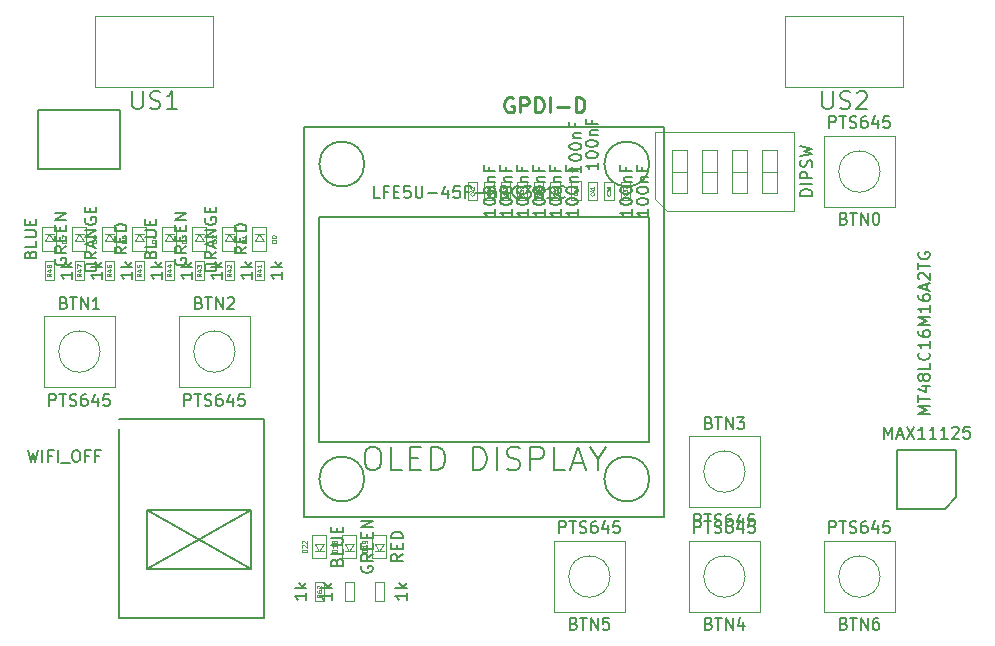
<source format=gbr>
G04 #@! TF.FileFunction,Other,Fab,Top*
%FSLAX46Y46*%
G04 Gerber Fmt 4.6, Leading zero omitted, Abs format (unit mm)*
G04 Created by KiCad (PCBNEW 4.0.7+dfsg1-1) date Wed Mar  7 12:13:34 2018*
%MOMM*%
%LPD*%
G01*
G04 APERTURE LIST*
%ADD10C,0.100000*%
%ADD11C,0.150000*%
%ADD12C,0.075000*%
%ADD13C,0.254000*%
G04 APERTURE END LIST*
D10*
X127990000Y-108880000D02*
X128790000Y-108880000D01*
X127990000Y-110480000D02*
X127990000Y-108880000D01*
X128790000Y-110480000D02*
X127990000Y-110480000D01*
X128790000Y-108880000D02*
X128790000Y-110480000D01*
X131330000Y-110480000D02*
X130530000Y-110480000D01*
X131330000Y-108880000D02*
X131330000Y-110480000D01*
X130530000Y-108880000D02*
X131330000Y-108880000D01*
X130530000Y-110480000D02*
X130530000Y-108880000D01*
X116880000Y-60925000D02*
X116880000Y-66925000D01*
X106880000Y-60925000D02*
X116880000Y-60925000D01*
X106880000Y-66925000D02*
X106880000Y-60925000D01*
X116880000Y-66925000D02*
X106880000Y-66925000D01*
X175300000Y-60925000D02*
X175300000Y-66925000D01*
X165300000Y-60925000D02*
X175300000Y-60925000D01*
X165300000Y-66925000D02*
X165300000Y-60925000D01*
X175300000Y-66925000D02*
X165300000Y-66925000D01*
D11*
X178785000Y-102655000D02*
X174785000Y-102655000D01*
X174785000Y-102655000D02*
X174785000Y-97655000D01*
X174785000Y-97655000D02*
X179785000Y-97655000D01*
X179785000Y-97655000D02*
X179785000Y-101655000D01*
X179785000Y-101655000D02*
X178785000Y-102655000D01*
X153790000Y-73485000D02*
G75*
G03X153790000Y-73485000I-1905000J0D01*
G01*
X129660000Y-73485000D02*
G75*
G03X129660000Y-73485000I-1905000J0D01*
G01*
X129660000Y-100155000D02*
G75*
G03X129660000Y-100155000I-1905000J0D01*
G01*
X153790000Y-100155000D02*
G75*
G03X153790000Y-100155000I-1905000J0D01*
G01*
X153790000Y-77930000D02*
X153790000Y-96980000D01*
X125850000Y-77930000D02*
X153790000Y-77930000D01*
X125850000Y-96980000D02*
X125850000Y-77930000D01*
X153790000Y-96980000D02*
X125850000Y-96980000D01*
X155060000Y-70310000D02*
X155060000Y-103330000D01*
X124580000Y-70310000D02*
X155060000Y-70310000D01*
X124580000Y-103330000D02*
X124580000Y-70310000D01*
X155060000Y-103330000D02*
X124580000Y-103330000D01*
D10*
X174570000Y-77120000D02*
X174570000Y-71120000D01*
X174570000Y-71120000D02*
X168570000Y-71120000D01*
X168570000Y-71120000D02*
X168570000Y-77120000D01*
X168570000Y-77120000D02*
X174570000Y-77120000D01*
X173320714Y-74120000D02*
G75*
G03X173320714Y-74120000I-1750714J0D01*
G01*
X102530000Y-86360000D02*
X102530000Y-92360000D01*
X102530000Y-92360000D02*
X108530000Y-92360000D01*
X108530000Y-92360000D02*
X108530000Y-86360000D01*
X108530000Y-86360000D02*
X102530000Y-86360000D01*
X107280714Y-89360000D02*
G75*
G03X107280714Y-89360000I-1750714J0D01*
G01*
X113960000Y-86360000D02*
X113960000Y-92360000D01*
X113960000Y-92360000D02*
X119960000Y-92360000D01*
X119960000Y-92360000D02*
X119960000Y-86360000D01*
X119960000Y-86360000D02*
X113960000Y-86360000D01*
X118710714Y-89360000D02*
G75*
G03X118710714Y-89360000I-1750714J0D01*
G01*
X157140000Y-96520000D02*
X157140000Y-102520000D01*
X157140000Y-102520000D02*
X163140000Y-102520000D01*
X163140000Y-102520000D02*
X163140000Y-96520000D01*
X163140000Y-96520000D02*
X157140000Y-96520000D01*
X161890714Y-99520000D02*
G75*
G03X161890714Y-99520000I-1750714J0D01*
G01*
X163140000Y-111410000D02*
X163140000Y-105410000D01*
X163140000Y-105410000D02*
X157140000Y-105410000D01*
X157140000Y-105410000D02*
X157140000Y-111410000D01*
X157140000Y-111410000D02*
X163140000Y-111410000D01*
X161890714Y-108410000D02*
G75*
G03X161890714Y-108410000I-1750714J0D01*
G01*
X151710000Y-111410000D02*
X151710000Y-105410000D01*
X151710000Y-105410000D02*
X145710000Y-105410000D01*
X145710000Y-105410000D02*
X145710000Y-111410000D01*
X145710000Y-111410000D02*
X151710000Y-111410000D01*
X150460714Y-108410000D02*
G75*
G03X150460714Y-108410000I-1750714J0D01*
G01*
X174570000Y-111410000D02*
X174570000Y-105410000D01*
X174570000Y-105410000D02*
X168570000Y-105410000D01*
X168570000Y-105410000D02*
X168570000Y-111410000D01*
X168570000Y-111410000D02*
X174570000Y-111410000D01*
X173320714Y-108410000D02*
G75*
G03X173320714Y-108410000I-1750714J0D01*
G01*
X154280000Y-76460000D02*
X154280000Y-70780000D01*
X154280000Y-70780000D02*
X166000000Y-70780000D01*
X166000000Y-70780000D02*
X166000000Y-77460000D01*
X166000000Y-77460000D02*
X155280000Y-77460000D01*
X155280000Y-77460000D02*
X154280000Y-76460000D01*
X155695000Y-75930000D02*
X156965000Y-75930000D01*
X156965000Y-75930000D02*
X156965000Y-72310000D01*
X156965000Y-72310000D02*
X155695000Y-72310000D01*
X155695000Y-72310000D02*
X155695000Y-75930000D01*
X155695000Y-74120000D02*
X156965000Y-74120000D01*
X158235000Y-75930000D02*
X159505000Y-75930000D01*
X159505000Y-75930000D02*
X159505000Y-72310000D01*
X159505000Y-72310000D02*
X158235000Y-72310000D01*
X158235000Y-72310000D02*
X158235000Y-75930000D01*
X158235000Y-74120000D02*
X159505000Y-74120000D01*
X160775000Y-75930000D02*
X162045000Y-75930000D01*
X162045000Y-75930000D02*
X162045000Y-72310000D01*
X162045000Y-72310000D02*
X160775000Y-72310000D01*
X160775000Y-72310000D02*
X160775000Y-75930000D01*
X160775000Y-74120000D02*
X162045000Y-74120000D01*
X163315000Y-75930000D02*
X164585000Y-75930000D01*
X164585000Y-75930000D02*
X164585000Y-72310000D01*
X164585000Y-72310000D02*
X163315000Y-72310000D01*
X163315000Y-72310000D02*
X163315000Y-75930000D01*
X163315000Y-74120000D02*
X164585000Y-74120000D01*
X125450000Y-106270000D02*
X126250000Y-106270000D01*
X125850000Y-106270000D02*
X125450000Y-105670000D01*
X126250000Y-105670000D02*
X125850000Y-106270000D01*
X125450000Y-105670000D02*
X126250000Y-105670000D01*
X126450000Y-104870000D02*
X126450000Y-106870000D01*
X125250000Y-104870000D02*
X126450000Y-104870000D01*
X125250000Y-106870000D02*
X125250000Y-104870000D01*
X126450000Y-106870000D02*
X125250000Y-106870000D01*
X125450000Y-108880000D02*
X126250000Y-108880000D01*
X125450000Y-110480000D02*
X125450000Y-108880000D01*
X126250000Y-110480000D02*
X125450000Y-110480000D01*
X126250000Y-108880000D02*
X126250000Y-110480000D01*
X127990000Y-106270000D02*
X128790000Y-106270000D01*
X128390000Y-106270000D02*
X127990000Y-105670000D01*
X128790000Y-105670000D02*
X128390000Y-106270000D01*
X127990000Y-105670000D02*
X128790000Y-105670000D01*
X128990000Y-104870000D02*
X128990000Y-106870000D01*
X127790000Y-104870000D02*
X128990000Y-104870000D01*
X127790000Y-106870000D02*
X127790000Y-104870000D01*
X128990000Y-106870000D02*
X127790000Y-106870000D01*
X121170000Y-79435000D02*
X120370000Y-79435000D01*
X120770000Y-79435000D02*
X121170000Y-80035000D01*
X120370000Y-80035000D02*
X120770000Y-79435000D01*
X121170000Y-80035000D02*
X120370000Y-80035000D01*
X120170000Y-80835000D02*
X120170000Y-78835000D01*
X121370000Y-80835000D02*
X120170000Y-80835000D01*
X121370000Y-78835000D02*
X121370000Y-80835000D01*
X120170000Y-78835000D02*
X121370000Y-78835000D01*
X118630000Y-79435000D02*
X117830000Y-79435000D01*
X118230000Y-79435000D02*
X118630000Y-80035000D01*
X117830000Y-80035000D02*
X118230000Y-79435000D01*
X118630000Y-80035000D02*
X117830000Y-80035000D01*
X117630000Y-80835000D02*
X117630000Y-78835000D01*
X118830000Y-80835000D02*
X117630000Y-80835000D01*
X118830000Y-78835000D02*
X118830000Y-80835000D01*
X117630000Y-78835000D02*
X118830000Y-78835000D01*
X116090000Y-79435000D02*
X115290000Y-79435000D01*
X115690000Y-79435000D02*
X116090000Y-80035000D01*
X115290000Y-80035000D02*
X115690000Y-79435000D01*
X116090000Y-80035000D02*
X115290000Y-80035000D01*
X115090000Y-80835000D02*
X115090000Y-78835000D01*
X116290000Y-80835000D02*
X115090000Y-80835000D01*
X116290000Y-78835000D02*
X116290000Y-80835000D01*
X115090000Y-78835000D02*
X116290000Y-78835000D01*
X113550000Y-79435000D02*
X112750000Y-79435000D01*
X113150000Y-79435000D02*
X113550000Y-80035000D01*
X112750000Y-80035000D02*
X113150000Y-79435000D01*
X113550000Y-80035000D02*
X112750000Y-80035000D01*
X112550000Y-80835000D02*
X112550000Y-78835000D01*
X113750000Y-80835000D02*
X112550000Y-80835000D01*
X113750000Y-78835000D02*
X113750000Y-80835000D01*
X112550000Y-78835000D02*
X113750000Y-78835000D01*
X111010000Y-79435000D02*
X110210000Y-79435000D01*
X110610000Y-79435000D02*
X111010000Y-80035000D01*
X110210000Y-80035000D02*
X110610000Y-79435000D01*
X111010000Y-80035000D02*
X110210000Y-80035000D01*
X110010000Y-80835000D02*
X110010000Y-78835000D01*
X111210000Y-80835000D02*
X110010000Y-80835000D01*
X111210000Y-78835000D02*
X111210000Y-80835000D01*
X110010000Y-78835000D02*
X111210000Y-78835000D01*
X108470000Y-79435000D02*
X107670000Y-79435000D01*
X108070000Y-79435000D02*
X108470000Y-80035000D01*
X107670000Y-80035000D02*
X108070000Y-79435000D01*
X108470000Y-80035000D02*
X107670000Y-80035000D01*
X107470000Y-80835000D02*
X107470000Y-78835000D01*
X108670000Y-80835000D02*
X107470000Y-80835000D01*
X108670000Y-78835000D02*
X108670000Y-80835000D01*
X107470000Y-78835000D02*
X108670000Y-78835000D01*
X105930000Y-79435000D02*
X105130000Y-79435000D01*
X105530000Y-79435000D02*
X105930000Y-80035000D01*
X105130000Y-80035000D02*
X105530000Y-79435000D01*
X105930000Y-80035000D02*
X105130000Y-80035000D01*
X104930000Y-80835000D02*
X104930000Y-78835000D01*
X106130000Y-80835000D02*
X104930000Y-80835000D01*
X106130000Y-78835000D02*
X106130000Y-80835000D01*
X104930000Y-78835000D02*
X106130000Y-78835000D01*
X103390000Y-79435000D02*
X102590000Y-79435000D01*
X102990000Y-79435000D02*
X103390000Y-80035000D01*
X102590000Y-80035000D02*
X102990000Y-79435000D01*
X103390000Y-80035000D02*
X102590000Y-80035000D01*
X102390000Y-80835000D02*
X102390000Y-78835000D01*
X103590000Y-80835000D02*
X102390000Y-80835000D01*
X103590000Y-78835000D02*
X103590000Y-80835000D01*
X102390000Y-78835000D02*
X103590000Y-78835000D01*
X130530000Y-106270000D02*
X131330000Y-106270000D01*
X130930000Y-106270000D02*
X130530000Y-105670000D01*
X131330000Y-105670000D02*
X130930000Y-106270000D01*
X130530000Y-105670000D02*
X131330000Y-105670000D01*
X131530000Y-104870000D02*
X131530000Y-106870000D01*
X130330000Y-104870000D02*
X131530000Y-104870000D01*
X130330000Y-106870000D02*
X130330000Y-104870000D01*
X131530000Y-106870000D02*
X130330000Y-106870000D01*
D11*
X120050000Y-102800000D02*
X111250000Y-107750000D01*
X120050000Y-107750000D02*
X111250000Y-102800000D01*
X120050000Y-102800000D02*
X120050000Y-107750000D01*
X111250000Y-102800000D02*
X111250000Y-107750000D01*
X111250000Y-107750000D02*
X120050000Y-107750000D01*
X120050000Y-102800000D02*
X111250000Y-102800000D01*
X121200000Y-95100000D02*
X108900000Y-95100000D01*
X121200000Y-111900000D02*
X121200000Y-95100000D01*
X108900000Y-111900000D02*
X121200000Y-111900000D01*
X108900000Y-95950000D02*
X108900000Y-111900000D01*
X109000000Y-68920000D02*
X109000000Y-73920000D01*
X102000000Y-68920000D02*
X109000000Y-68920000D01*
X102000000Y-73920000D02*
X102000000Y-68920000D01*
X109000000Y-73920000D02*
X102000000Y-73920000D01*
D10*
X121170000Y-83302000D02*
X120370000Y-83302000D01*
X121170000Y-81702000D02*
X121170000Y-83302000D01*
X120370000Y-81702000D02*
X121170000Y-81702000D01*
X120370000Y-83302000D02*
X120370000Y-81702000D01*
X118630000Y-83302000D02*
X117830000Y-83302000D01*
X118630000Y-81702000D02*
X118630000Y-83302000D01*
X117830000Y-81702000D02*
X118630000Y-81702000D01*
X117830000Y-83302000D02*
X117830000Y-81702000D01*
X116090000Y-83302000D02*
X115290000Y-83302000D01*
X116090000Y-81702000D02*
X116090000Y-83302000D01*
X115290000Y-81702000D02*
X116090000Y-81702000D01*
X115290000Y-83302000D02*
X115290000Y-81702000D01*
X113550000Y-83302000D02*
X112750000Y-83302000D01*
X113550000Y-81702000D02*
X113550000Y-83302000D01*
X112750000Y-81702000D02*
X113550000Y-81702000D01*
X112750000Y-83302000D02*
X112750000Y-81702000D01*
X111010000Y-83302000D02*
X110210000Y-83302000D01*
X111010000Y-81702000D02*
X111010000Y-83302000D01*
X110210000Y-81702000D02*
X111010000Y-81702000D01*
X110210000Y-83302000D02*
X110210000Y-81702000D01*
X108470000Y-83302000D02*
X107670000Y-83302000D01*
X108470000Y-81702000D02*
X108470000Y-83302000D01*
X107670000Y-81702000D02*
X108470000Y-81702000D01*
X107670000Y-83302000D02*
X107670000Y-81702000D01*
X105930000Y-83302000D02*
X105130000Y-83302000D01*
X105930000Y-81702000D02*
X105930000Y-83302000D01*
X105130000Y-81702000D02*
X105930000Y-81702000D01*
X105130000Y-83302000D02*
X105130000Y-81702000D01*
X103390000Y-83302000D02*
X102590000Y-83302000D01*
X103390000Y-81702000D02*
X103390000Y-83302000D01*
X102590000Y-81702000D02*
X103390000Y-81702000D01*
X102590000Y-83302000D02*
X102590000Y-81702000D01*
X149961000Y-76571000D02*
X149961000Y-74971000D01*
X149961000Y-74971000D02*
X150761000Y-74971000D01*
X150761000Y-74971000D02*
X150761000Y-76571000D01*
X150761000Y-76571000D02*
X149961000Y-76571000D01*
X151358000Y-76571000D02*
X151358000Y-74971000D01*
X151358000Y-74971000D02*
X152158000Y-74971000D01*
X152158000Y-74971000D02*
X152158000Y-76571000D01*
X152158000Y-76571000D02*
X151358000Y-76571000D01*
X139801000Y-76571000D02*
X139801000Y-74971000D01*
X139801000Y-74971000D02*
X140601000Y-74971000D01*
X140601000Y-74971000D02*
X140601000Y-76571000D01*
X140601000Y-76571000D02*
X139801000Y-76571000D01*
X142595000Y-76571000D02*
X142595000Y-74971000D01*
X142595000Y-74971000D02*
X143395000Y-74971000D01*
X143395000Y-74971000D02*
X143395000Y-76571000D01*
X143395000Y-76571000D02*
X142595000Y-76571000D01*
X145389000Y-76571000D02*
X145389000Y-74971000D01*
X145389000Y-74971000D02*
X146189000Y-74971000D01*
X146189000Y-74971000D02*
X146189000Y-76571000D01*
X146189000Y-76571000D02*
X145389000Y-76571000D01*
X148564000Y-76571000D02*
X148564000Y-74971000D01*
X148564000Y-74971000D02*
X149364000Y-74971000D01*
X149364000Y-74971000D02*
X149364000Y-76571000D01*
X149364000Y-76571000D02*
X148564000Y-76571000D01*
X138404000Y-76571000D02*
X138404000Y-74971000D01*
X138404000Y-74971000D02*
X139204000Y-74971000D01*
X139204000Y-74971000D02*
X139204000Y-76571000D01*
X139204000Y-76571000D02*
X138404000Y-76571000D01*
X141198000Y-76571000D02*
X141198000Y-74971000D01*
X141198000Y-74971000D02*
X141998000Y-74971000D01*
X141998000Y-74971000D02*
X141998000Y-76571000D01*
X141998000Y-76571000D02*
X141198000Y-76571000D01*
X143992000Y-76571000D02*
X143992000Y-74971000D01*
X143992000Y-74971000D02*
X144792000Y-74971000D01*
X144792000Y-74971000D02*
X144792000Y-76571000D01*
X144792000Y-76571000D02*
X143992000Y-76571000D01*
X147167000Y-76559000D02*
X147167000Y-74959000D01*
X147167000Y-74959000D02*
X147967000Y-74959000D01*
X147967000Y-74959000D02*
X147967000Y-76559000D01*
X147967000Y-76559000D02*
X147167000Y-76559000D01*
D11*
X101164762Y-97702381D02*
X101402857Y-98702381D01*
X101593334Y-97988095D01*
X101783810Y-98702381D01*
X102021905Y-97702381D01*
X102402857Y-98702381D02*
X102402857Y-97702381D01*
X103212381Y-98178571D02*
X102879047Y-98178571D01*
X102879047Y-98702381D02*
X102879047Y-97702381D01*
X103355238Y-97702381D01*
X103736190Y-98702381D02*
X103736190Y-97702381D01*
X103974285Y-98797619D02*
X104736190Y-98797619D01*
X105164761Y-97702381D02*
X105355238Y-97702381D01*
X105450476Y-97750000D01*
X105545714Y-97845238D01*
X105593333Y-98035714D01*
X105593333Y-98369048D01*
X105545714Y-98559524D01*
X105450476Y-98654762D01*
X105355238Y-98702381D01*
X105164761Y-98702381D01*
X105069523Y-98654762D01*
X104974285Y-98559524D01*
X104926666Y-98369048D01*
X104926666Y-98035714D01*
X104974285Y-97845238D01*
X105069523Y-97750000D01*
X105164761Y-97702381D01*
X106355238Y-98178571D02*
X106021904Y-98178571D01*
X106021904Y-98702381D02*
X106021904Y-97702381D01*
X106498095Y-97702381D01*
X107212381Y-98178571D02*
X106879047Y-98178571D01*
X106879047Y-98702381D02*
X106879047Y-97702381D01*
X107355238Y-97702381D01*
X126942381Y-109799047D02*
X126942381Y-110370476D01*
X126942381Y-110084762D02*
X125942381Y-110084762D01*
X126085238Y-110180000D01*
X126180476Y-110275238D01*
X126228095Y-110370476D01*
X126942381Y-109370476D02*
X125942381Y-109370476D01*
X126561429Y-109275238D02*
X126942381Y-108989523D01*
X126275714Y-108989523D02*
X126656667Y-109370476D01*
X133282381Y-109799047D02*
X133282381Y-110370476D01*
X133282381Y-110084762D02*
X132282381Y-110084762D01*
X132425238Y-110180000D01*
X132520476Y-110275238D01*
X132568095Y-110370476D01*
X133282381Y-109370476D02*
X132282381Y-109370476D01*
X132901429Y-109275238D02*
X133282381Y-108989523D01*
X132615714Y-108989523D02*
X132996667Y-109370476D01*
X110022858Y-67329571D02*
X110022858Y-68543857D01*
X110094286Y-68686714D01*
X110165715Y-68758143D01*
X110308572Y-68829571D01*
X110594286Y-68829571D01*
X110737144Y-68758143D01*
X110808572Y-68686714D01*
X110880001Y-68543857D01*
X110880001Y-67329571D01*
X111522858Y-68758143D02*
X111737144Y-68829571D01*
X112094287Y-68829571D01*
X112237144Y-68758143D01*
X112308573Y-68686714D01*
X112380001Y-68543857D01*
X112380001Y-68401000D01*
X112308573Y-68258143D01*
X112237144Y-68186714D01*
X112094287Y-68115286D01*
X111808573Y-68043857D01*
X111665715Y-67972429D01*
X111594287Y-67901000D01*
X111522858Y-67758143D01*
X111522858Y-67615286D01*
X111594287Y-67472429D01*
X111665715Y-67401000D01*
X111808573Y-67329571D01*
X112165715Y-67329571D01*
X112380001Y-67401000D01*
X113808572Y-68829571D02*
X112951429Y-68829571D01*
X113380001Y-68829571D02*
X113380001Y-67329571D01*
X113237144Y-67543857D01*
X113094286Y-67686714D01*
X112951429Y-67758143D01*
X168442858Y-67329571D02*
X168442858Y-68543857D01*
X168514286Y-68686714D01*
X168585715Y-68758143D01*
X168728572Y-68829571D01*
X169014286Y-68829571D01*
X169157144Y-68758143D01*
X169228572Y-68686714D01*
X169300001Y-68543857D01*
X169300001Y-67329571D01*
X169942858Y-68758143D02*
X170157144Y-68829571D01*
X170514287Y-68829571D01*
X170657144Y-68758143D01*
X170728573Y-68686714D01*
X170800001Y-68543857D01*
X170800001Y-68401000D01*
X170728573Y-68258143D01*
X170657144Y-68186714D01*
X170514287Y-68115286D01*
X170228573Y-68043857D01*
X170085715Y-67972429D01*
X170014287Y-67901000D01*
X169942858Y-67758143D01*
X169942858Y-67615286D01*
X170014287Y-67472429D01*
X170085715Y-67401000D01*
X170228573Y-67329571D01*
X170585715Y-67329571D01*
X170800001Y-67401000D01*
X171371429Y-67472429D02*
X171442858Y-67401000D01*
X171585715Y-67329571D01*
X171942858Y-67329571D01*
X172085715Y-67401000D01*
X172157144Y-67472429D01*
X172228572Y-67615286D01*
X172228572Y-67758143D01*
X172157144Y-67972429D01*
X171300001Y-68829571D01*
X172228572Y-68829571D01*
X173665952Y-96732381D02*
X173665952Y-95732381D01*
X173999286Y-96446667D01*
X174332619Y-95732381D01*
X174332619Y-96732381D01*
X174761190Y-96446667D02*
X175237381Y-96446667D01*
X174665952Y-96732381D02*
X174999285Y-95732381D01*
X175332619Y-96732381D01*
X175570714Y-95732381D02*
X176237381Y-96732381D01*
X176237381Y-95732381D02*
X175570714Y-96732381D01*
X177142143Y-96732381D02*
X176570714Y-96732381D01*
X176856428Y-96732381D02*
X176856428Y-95732381D01*
X176761190Y-95875238D01*
X176665952Y-95970476D01*
X176570714Y-96018095D01*
X178094524Y-96732381D02*
X177523095Y-96732381D01*
X177808809Y-96732381D02*
X177808809Y-95732381D01*
X177713571Y-95875238D01*
X177618333Y-95970476D01*
X177523095Y-96018095D01*
X179046905Y-96732381D02*
X178475476Y-96732381D01*
X178761190Y-96732381D02*
X178761190Y-95732381D01*
X178665952Y-95875238D01*
X178570714Y-95970476D01*
X178475476Y-96018095D01*
X179427857Y-95827619D02*
X179475476Y-95780000D01*
X179570714Y-95732381D01*
X179808810Y-95732381D01*
X179904048Y-95780000D01*
X179951667Y-95827619D01*
X179999286Y-95922857D01*
X179999286Y-96018095D01*
X179951667Y-96160952D01*
X179380238Y-96732381D01*
X179999286Y-96732381D01*
X180904048Y-95732381D02*
X180427857Y-95732381D01*
X180380238Y-96208571D01*
X180427857Y-96160952D01*
X180523095Y-96113333D01*
X180761191Y-96113333D01*
X180856429Y-96160952D01*
X180904048Y-96208571D01*
X180951667Y-96303810D01*
X180951667Y-96541905D01*
X180904048Y-96637143D01*
X180856429Y-96684762D01*
X180761191Y-96732381D01*
X180523095Y-96732381D01*
X180427857Y-96684762D01*
X180380238Y-96637143D01*
X130200952Y-97408762D02*
X130581904Y-97408762D01*
X130772380Y-97504000D01*
X130962857Y-97694476D01*
X131058095Y-98075429D01*
X131058095Y-98742095D01*
X130962857Y-99123048D01*
X130772380Y-99313524D01*
X130581904Y-99408762D01*
X130200952Y-99408762D01*
X130010476Y-99313524D01*
X129819999Y-99123048D01*
X129724761Y-98742095D01*
X129724761Y-98075429D01*
X129819999Y-97694476D01*
X130010476Y-97504000D01*
X130200952Y-97408762D01*
X132867618Y-99408762D02*
X131915237Y-99408762D01*
X131915237Y-97408762D01*
X133534285Y-98361143D02*
X134200952Y-98361143D01*
X134486666Y-99408762D02*
X133534285Y-99408762D01*
X133534285Y-97408762D01*
X134486666Y-97408762D01*
X135343809Y-99408762D02*
X135343809Y-97408762D01*
X135820000Y-97408762D01*
X136105714Y-97504000D01*
X136296190Y-97694476D01*
X136391429Y-97884952D01*
X136486667Y-98265905D01*
X136486667Y-98551619D01*
X136391429Y-98932571D01*
X136296190Y-99123048D01*
X136105714Y-99313524D01*
X135820000Y-99408762D01*
X135343809Y-99408762D01*
X138867619Y-99408762D02*
X138867619Y-97408762D01*
X139343810Y-97408762D01*
X139629524Y-97504000D01*
X139820000Y-97694476D01*
X139915239Y-97884952D01*
X140010477Y-98265905D01*
X140010477Y-98551619D01*
X139915239Y-98932571D01*
X139820000Y-99123048D01*
X139629524Y-99313524D01*
X139343810Y-99408762D01*
X138867619Y-99408762D01*
X140867619Y-99408762D02*
X140867619Y-97408762D01*
X141724762Y-99313524D02*
X142010477Y-99408762D01*
X142486667Y-99408762D01*
X142677143Y-99313524D01*
X142772381Y-99218286D01*
X142867620Y-99027810D01*
X142867620Y-98837333D01*
X142772381Y-98646857D01*
X142677143Y-98551619D01*
X142486667Y-98456381D01*
X142105715Y-98361143D01*
X141915239Y-98265905D01*
X141820000Y-98170667D01*
X141724762Y-97980190D01*
X141724762Y-97789714D01*
X141820000Y-97599238D01*
X141915239Y-97504000D01*
X142105715Y-97408762D01*
X142581905Y-97408762D01*
X142867620Y-97504000D01*
X143724762Y-99408762D02*
X143724762Y-97408762D01*
X144486667Y-97408762D01*
X144677143Y-97504000D01*
X144772382Y-97599238D01*
X144867620Y-97789714D01*
X144867620Y-98075429D01*
X144772382Y-98265905D01*
X144677143Y-98361143D01*
X144486667Y-98456381D01*
X143724762Y-98456381D01*
X146677143Y-99408762D02*
X145724762Y-99408762D01*
X145724762Y-97408762D01*
X147248572Y-98837333D02*
X148200953Y-98837333D01*
X147058096Y-99408762D02*
X147724763Y-97408762D01*
X148391430Y-99408762D01*
X149439049Y-98456381D02*
X149439049Y-99408762D01*
X148772382Y-97408762D02*
X149439049Y-98456381D01*
X150105716Y-97408762D01*
X169022381Y-70422381D02*
X169022381Y-69422381D01*
X169403334Y-69422381D01*
X169498572Y-69470000D01*
X169546191Y-69517619D01*
X169593810Y-69612857D01*
X169593810Y-69755714D01*
X169546191Y-69850952D01*
X169498572Y-69898571D01*
X169403334Y-69946190D01*
X169022381Y-69946190D01*
X169879524Y-69422381D02*
X170450953Y-69422381D01*
X170165238Y-70422381D02*
X170165238Y-69422381D01*
X170736667Y-70374762D02*
X170879524Y-70422381D01*
X171117620Y-70422381D01*
X171212858Y-70374762D01*
X171260477Y-70327143D01*
X171308096Y-70231905D01*
X171308096Y-70136667D01*
X171260477Y-70041429D01*
X171212858Y-69993810D01*
X171117620Y-69946190D01*
X170927143Y-69898571D01*
X170831905Y-69850952D01*
X170784286Y-69803333D01*
X170736667Y-69708095D01*
X170736667Y-69612857D01*
X170784286Y-69517619D01*
X170831905Y-69470000D01*
X170927143Y-69422381D01*
X171165239Y-69422381D01*
X171308096Y-69470000D01*
X172165239Y-69422381D02*
X171974762Y-69422381D01*
X171879524Y-69470000D01*
X171831905Y-69517619D01*
X171736667Y-69660476D01*
X171689048Y-69850952D01*
X171689048Y-70231905D01*
X171736667Y-70327143D01*
X171784286Y-70374762D01*
X171879524Y-70422381D01*
X172070001Y-70422381D01*
X172165239Y-70374762D01*
X172212858Y-70327143D01*
X172260477Y-70231905D01*
X172260477Y-69993810D01*
X172212858Y-69898571D01*
X172165239Y-69850952D01*
X172070001Y-69803333D01*
X171879524Y-69803333D01*
X171784286Y-69850952D01*
X171736667Y-69898571D01*
X171689048Y-69993810D01*
X173117620Y-69755714D02*
X173117620Y-70422381D01*
X172879524Y-69374762D02*
X172641429Y-70089048D01*
X173260477Y-70089048D01*
X174117620Y-69422381D02*
X173641429Y-69422381D01*
X173593810Y-69898571D01*
X173641429Y-69850952D01*
X173736667Y-69803333D01*
X173974763Y-69803333D01*
X174070001Y-69850952D01*
X174117620Y-69898571D01*
X174165239Y-69993810D01*
X174165239Y-70231905D01*
X174117620Y-70327143D01*
X174070001Y-70374762D01*
X173974763Y-70422381D01*
X173736667Y-70422381D01*
X173641429Y-70374762D01*
X173593810Y-70327143D01*
X170260477Y-78098571D02*
X170403334Y-78146190D01*
X170450953Y-78193810D01*
X170498572Y-78289048D01*
X170498572Y-78431905D01*
X170450953Y-78527143D01*
X170403334Y-78574762D01*
X170308096Y-78622381D01*
X169927143Y-78622381D01*
X169927143Y-77622381D01*
X170260477Y-77622381D01*
X170355715Y-77670000D01*
X170403334Y-77717619D01*
X170450953Y-77812857D01*
X170450953Y-77908095D01*
X170403334Y-78003333D01*
X170355715Y-78050952D01*
X170260477Y-78098571D01*
X169927143Y-78098571D01*
X170784286Y-77622381D02*
X171355715Y-77622381D01*
X171070000Y-78622381D02*
X171070000Y-77622381D01*
X171689048Y-78622381D02*
X171689048Y-77622381D01*
X172260477Y-78622381D01*
X172260477Y-77622381D01*
X172927143Y-77622381D02*
X173022382Y-77622381D01*
X173117620Y-77670000D01*
X173165239Y-77717619D01*
X173212858Y-77812857D01*
X173260477Y-78003333D01*
X173260477Y-78241429D01*
X173212858Y-78431905D01*
X173165239Y-78527143D01*
X173117620Y-78574762D01*
X173022382Y-78622381D01*
X172927143Y-78622381D01*
X172831905Y-78574762D01*
X172784286Y-78527143D01*
X172736667Y-78431905D01*
X172689048Y-78241429D01*
X172689048Y-78003333D01*
X172736667Y-77812857D01*
X172784286Y-77717619D01*
X172831905Y-77670000D01*
X172927143Y-77622381D01*
X102982381Y-93962381D02*
X102982381Y-92962381D01*
X103363334Y-92962381D01*
X103458572Y-93010000D01*
X103506191Y-93057619D01*
X103553810Y-93152857D01*
X103553810Y-93295714D01*
X103506191Y-93390952D01*
X103458572Y-93438571D01*
X103363334Y-93486190D01*
X102982381Y-93486190D01*
X103839524Y-92962381D02*
X104410953Y-92962381D01*
X104125238Y-93962381D02*
X104125238Y-92962381D01*
X104696667Y-93914762D02*
X104839524Y-93962381D01*
X105077620Y-93962381D01*
X105172858Y-93914762D01*
X105220477Y-93867143D01*
X105268096Y-93771905D01*
X105268096Y-93676667D01*
X105220477Y-93581429D01*
X105172858Y-93533810D01*
X105077620Y-93486190D01*
X104887143Y-93438571D01*
X104791905Y-93390952D01*
X104744286Y-93343333D01*
X104696667Y-93248095D01*
X104696667Y-93152857D01*
X104744286Y-93057619D01*
X104791905Y-93010000D01*
X104887143Y-92962381D01*
X105125239Y-92962381D01*
X105268096Y-93010000D01*
X106125239Y-92962381D02*
X105934762Y-92962381D01*
X105839524Y-93010000D01*
X105791905Y-93057619D01*
X105696667Y-93200476D01*
X105649048Y-93390952D01*
X105649048Y-93771905D01*
X105696667Y-93867143D01*
X105744286Y-93914762D01*
X105839524Y-93962381D01*
X106030001Y-93962381D01*
X106125239Y-93914762D01*
X106172858Y-93867143D01*
X106220477Y-93771905D01*
X106220477Y-93533810D01*
X106172858Y-93438571D01*
X106125239Y-93390952D01*
X106030001Y-93343333D01*
X105839524Y-93343333D01*
X105744286Y-93390952D01*
X105696667Y-93438571D01*
X105649048Y-93533810D01*
X107077620Y-93295714D02*
X107077620Y-93962381D01*
X106839524Y-92914762D02*
X106601429Y-93629048D01*
X107220477Y-93629048D01*
X108077620Y-92962381D02*
X107601429Y-92962381D01*
X107553810Y-93438571D01*
X107601429Y-93390952D01*
X107696667Y-93343333D01*
X107934763Y-93343333D01*
X108030001Y-93390952D01*
X108077620Y-93438571D01*
X108125239Y-93533810D01*
X108125239Y-93771905D01*
X108077620Y-93867143D01*
X108030001Y-93914762D01*
X107934763Y-93962381D01*
X107696667Y-93962381D01*
X107601429Y-93914762D01*
X107553810Y-93867143D01*
X104220477Y-85238571D02*
X104363334Y-85286190D01*
X104410953Y-85333810D01*
X104458572Y-85429048D01*
X104458572Y-85571905D01*
X104410953Y-85667143D01*
X104363334Y-85714762D01*
X104268096Y-85762381D01*
X103887143Y-85762381D01*
X103887143Y-84762381D01*
X104220477Y-84762381D01*
X104315715Y-84810000D01*
X104363334Y-84857619D01*
X104410953Y-84952857D01*
X104410953Y-85048095D01*
X104363334Y-85143333D01*
X104315715Y-85190952D01*
X104220477Y-85238571D01*
X103887143Y-85238571D01*
X104744286Y-84762381D02*
X105315715Y-84762381D01*
X105030000Y-85762381D02*
X105030000Y-84762381D01*
X105649048Y-85762381D02*
X105649048Y-84762381D01*
X106220477Y-85762381D01*
X106220477Y-84762381D01*
X107220477Y-85762381D02*
X106649048Y-85762381D01*
X106934762Y-85762381D02*
X106934762Y-84762381D01*
X106839524Y-84905238D01*
X106744286Y-85000476D01*
X106649048Y-85048095D01*
X114412381Y-93962381D02*
X114412381Y-92962381D01*
X114793334Y-92962381D01*
X114888572Y-93010000D01*
X114936191Y-93057619D01*
X114983810Y-93152857D01*
X114983810Y-93295714D01*
X114936191Y-93390952D01*
X114888572Y-93438571D01*
X114793334Y-93486190D01*
X114412381Y-93486190D01*
X115269524Y-92962381D02*
X115840953Y-92962381D01*
X115555238Y-93962381D02*
X115555238Y-92962381D01*
X116126667Y-93914762D02*
X116269524Y-93962381D01*
X116507620Y-93962381D01*
X116602858Y-93914762D01*
X116650477Y-93867143D01*
X116698096Y-93771905D01*
X116698096Y-93676667D01*
X116650477Y-93581429D01*
X116602858Y-93533810D01*
X116507620Y-93486190D01*
X116317143Y-93438571D01*
X116221905Y-93390952D01*
X116174286Y-93343333D01*
X116126667Y-93248095D01*
X116126667Y-93152857D01*
X116174286Y-93057619D01*
X116221905Y-93010000D01*
X116317143Y-92962381D01*
X116555239Y-92962381D01*
X116698096Y-93010000D01*
X117555239Y-92962381D02*
X117364762Y-92962381D01*
X117269524Y-93010000D01*
X117221905Y-93057619D01*
X117126667Y-93200476D01*
X117079048Y-93390952D01*
X117079048Y-93771905D01*
X117126667Y-93867143D01*
X117174286Y-93914762D01*
X117269524Y-93962381D01*
X117460001Y-93962381D01*
X117555239Y-93914762D01*
X117602858Y-93867143D01*
X117650477Y-93771905D01*
X117650477Y-93533810D01*
X117602858Y-93438571D01*
X117555239Y-93390952D01*
X117460001Y-93343333D01*
X117269524Y-93343333D01*
X117174286Y-93390952D01*
X117126667Y-93438571D01*
X117079048Y-93533810D01*
X118507620Y-93295714D02*
X118507620Y-93962381D01*
X118269524Y-92914762D02*
X118031429Y-93629048D01*
X118650477Y-93629048D01*
X119507620Y-92962381D02*
X119031429Y-92962381D01*
X118983810Y-93438571D01*
X119031429Y-93390952D01*
X119126667Y-93343333D01*
X119364763Y-93343333D01*
X119460001Y-93390952D01*
X119507620Y-93438571D01*
X119555239Y-93533810D01*
X119555239Y-93771905D01*
X119507620Y-93867143D01*
X119460001Y-93914762D01*
X119364763Y-93962381D01*
X119126667Y-93962381D01*
X119031429Y-93914762D01*
X118983810Y-93867143D01*
X115650477Y-85238571D02*
X115793334Y-85286190D01*
X115840953Y-85333810D01*
X115888572Y-85429048D01*
X115888572Y-85571905D01*
X115840953Y-85667143D01*
X115793334Y-85714762D01*
X115698096Y-85762381D01*
X115317143Y-85762381D01*
X115317143Y-84762381D01*
X115650477Y-84762381D01*
X115745715Y-84810000D01*
X115793334Y-84857619D01*
X115840953Y-84952857D01*
X115840953Y-85048095D01*
X115793334Y-85143333D01*
X115745715Y-85190952D01*
X115650477Y-85238571D01*
X115317143Y-85238571D01*
X116174286Y-84762381D02*
X116745715Y-84762381D01*
X116460000Y-85762381D02*
X116460000Y-84762381D01*
X117079048Y-85762381D02*
X117079048Y-84762381D01*
X117650477Y-85762381D01*
X117650477Y-84762381D01*
X118079048Y-84857619D02*
X118126667Y-84810000D01*
X118221905Y-84762381D01*
X118460001Y-84762381D01*
X118555239Y-84810000D01*
X118602858Y-84857619D01*
X118650477Y-84952857D01*
X118650477Y-85048095D01*
X118602858Y-85190952D01*
X118031429Y-85762381D01*
X118650477Y-85762381D01*
X157592381Y-104122381D02*
X157592381Y-103122381D01*
X157973334Y-103122381D01*
X158068572Y-103170000D01*
X158116191Y-103217619D01*
X158163810Y-103312857D01*
X158163810Y-103455714D01*
X158116191Y-103550952D01*
X158068572Y-103598571D01*
X157973334Y-103646190D01*
X157592381Y-103646190D01*
X158449524Y-103122381D02*
X159020953Y-103122381D01*
X158735238Y-104122381D02*
X158735238Y-103122381D01*
X159306667Y-104074762D02*
X159449524Y-104122381D01*
X159687620Y-104122381D01*
X159782858Y-104074762D01*
X159830477Y-104027143D01*
X159878096Y-103931905D01*
X159878096Y-103836667D01*
X159830477Y-103741429D01*
X159782858Y-103693810D01*
X159687620Y-103646190D01*
X159497143Y-103598571D01*
X159401905Y-103550952D01*
X159354286Y-103503333D01*
X159306667Y-103408095D01*
X159306667Y-103312857D01*
X159354286Y-103217619D01*
X159401905Y-103170000D01*
X159497143Y-103122381D01*
X159735239Y-103122381D01*
X159878096Y-103170000D01*
X160735239Y-103122381D02*
X160544762Y-103122381D01*
X160449524Y-103170000D01*
X160401905Y-103217619D01*
X160306667Y-103360476D01*
X160259048Y-103550952D01*
X160259048Y-103931905D01*
X160306667Y-104027143D01*
X160354286Y-104074762D01*
X160449524Y-104122381D01*
X160640001Y-104122381D01*
X160735239Y-104074762D01*
X160782858Y-104027143D01*
X160830477Y-103931905D01*
X160830477Y-103693810D01*
X160782858Y-103598571D01*
X160735239Y-103550952D01*
X160640001Y-103503333D01*
X160449524Y-103503333D01*
X160354286Y-103550952D01*
X160306667Y-103598571D01*
X160259048Y-103693810D01*
X161687620Y-103455714D02*
X161687620Y-104122381D01*
X161449524Y-103074762D02*
X161211429Y-103789048D01*
X161830477Y-103789048D01*
X162687620Y-103122381D02*
X162211429Y-103122381D01*
X162163810Y-103598571D01*
X162211429Y-103550952D01*
X162306667Y-103503333D01*
X162544763Y-103503333D01*
X162640001Y-103550952D01*
X162687620Y-103598571D01*
X162735239Y-103693810D01*
X162735239Y-103931905D01*
X162687620Y-104027143D01*
X162640001Y-104074762D01*
X162544763Y-104122381D01*
X162306667Y-104122381D01*
X162211429Y-104074762D01*
X162163810Y-104027143D01*
X158830477Y-95398571D02*
X158973334Y-95446190D01*
X159020953Y-95493810D01*
X159068572Y-95589048D01*
X159068572Y-95731905D01*
X159020953Y-95827143D01*
X158973334Y-95874762D01*
X158878096Y-95922381D01*
X158497143Y-95922381D01*
X158497143Y-94922381D01*
X158830477Y-94922381D01*
X158925715Y-94970000D01*
X158973334Y-95017619D01*
X159020953Y-95112857D01*
X159020953Y-95208095D01*
X158973334Y-95303333D01*
X158925715Y-95350952D01*
X158830477Y-95398571D01*
X158497143Y-95398571D01*
X159354286Y-94922381D02*
X159925715Y-94922381D01*
X159640000Y-95922381D02*
X159640000Y-94922381D01*
X160259048Y-95922381D02*
X160259048Y-94922381D01*
X160830477Y-95922381D01*
X160830477Y-94922381D01*
X161211429Y-94922381D02*
X161830477Y-94922381D01*
X161497143Y-95303333D01*
X161640001Y-95303333D01*
X161735239Y-95350952D01*
X161782858Y-95398571D01*
X161830477Y-95493810D01*
X161830477Y-95731905D01*
X161782858Y-95827143D01*
X161735239Y-95874762D01*
X161640001Y-95922381D01*
X161354286Y-95922381D01*
X161259048Y-95874762D01*
X161211429Y-95827143D01*
X157592381Y-104712381D02*
X157592381Y-103712381D01*
X157973334Y-103712381D01*
X158068572Y-103760000D01*
X158116191Y-103807619D01*
X158163810Y-103902857D01*
X158163810Y-104045714D01*
X158116191Y-104140952D01*
X158068572Y-104188571D01*
X157973334Y-104236190D01*
X157592381Y-104236190D01*
X158449524Y-103712381D02*
X159020953Y-103712381D01*
X158735238Y-104712381D02*
X158735238Y-103712381D01*
X159306667Y-104664762D02*
X159449524Y-104712381D01*
X159687620Y-104712381D01*
X159782858Y-104664762D01*
X159830477Y-104617143D01*
X159878096Y-104521905D01*
X159878096Y-104426667D01*
X159830477Y-104331429D01*
X159782858Y-104283810D01*
X159687620Y-104236190D01*
X159497143Y-104188571D01*
X159401905Y-104140952D01*
X159354286Y-104093333D01*
X159306667Y-103998095D01*
X159306667Y-103902857D01*
X159354286Y-103807619D01*
X159401905Y-103760000D01*
X159497143Y-103712381D01*
X159735239Y-103712381D01*
X159878096Y-103760000D01*
X160735239Y-103712381D02*
X160544762Y-103712381D01*
X160449524Y-103760000D01*
X160401905Y-103807619D01*
X160306667Y-103950476D01*
X160259048Y-104140952D01*
X160259048Y-104521905D01*
X160306667Y-104617143D01*
X160354286Y-104664762D01*
X160449524Y-104712381D01*
X160640001Y-104712381D01*
X160735239Y-104664762D01*
X160782858Y-104617143D01*
X160830477Y-104521905D01*
X160830477Y-104283810D01*
X160782858Y-104188571D01*
X160735239Y-104140952D01*
X160640001Y-104093333D01*
X160449524Y-104093333D01*
X160354286Y-104140952D01*
X160306667Y-104188571D01*
X160259048Y-104283810D01*
X161687620Y-104045714D02*
X161687620Y-104712381D01*
X161449524Y-103664762D02*
X161211429Y-104379048D01*
X161830477Y-104379048D01*
X162687620Y-103712381D02*
X162211429Y-103712381D01*
X162163810Y-104188571D01*
X162211429Y-104140952D01*
X162306667Y-104093333D01*
X162544763Y-104093333D01*
X162640001Y-104140952D01*
X162687620Y-104188571D01*
X162735239Y-104283810D01*
X162735239Y-104521905D01*
X162687620Y-104617143D01*
X162640001Y-104664762D01*
X162544763Y-104712381D01*
X162306667Y-104712381D01*
X162211429Y-104664762D01*
X162163810Y-104617143D01*
X158830477Y-112388571D02*
X158973334Y-112436190D01*
X159020953Y-112483810D01*
X159068572Y-112579048D01*
X159068572Y-112721905D01*
X159020953Y-112817143D01*
X158973334Y-112864762D01*
X158878096Y-112912381D01*
X158497143Y-112912381D01*
X158497143Y-111912381D01*
X158830477Y-111912381D01*
X158925715Y-111960000D01*
X158973334Y-112007619D01*
X159020953Y-112102857D01*
X159020953Y-112198095D01*
X158973334Y-112293333D01*
X158925715Y-112340952D01*
X158830477Y-112388571D01*
X158497143Y-112388571D01*
X159354286Y-111912381D02*
X159925715Y-111912381D01*
X159640000Y-112912381D02*
X159640000Y-111912381D01*
X160259048Y-112912381D02*
X160259048Y-111912381D01*
X160830477Y-112912381D01*
X160830477Y-111912381D01*
X161735239Y-112245714D02*
X161735239Y-112912381D01*
X161497143Y-111864762D02*
X161259048Y-112579048D01*
X161878096Y-112579048D01*
X146162381Y-104712381D02*
X146162381Y-103712381D01*
X146543334Y-103712381D01*
X146638572Y-103760000D01*
X146686191Y-103807619D01*
X146733810Y-103902857D01*
X146733810Y-104045714D01*
X146686191Y-104140952D01*
X146638572Y-104188571D01*
X146543334Y-104236190D01*
X146162381Y-104236190D01*
X147019524Y-103712381D02*
X147590953Y-103712381D01*
X147305238Y-104712381D02*
X147305238Y-103712381D01*
X147876667Y-104664762D02*
X148019524Y-104712381D01*
X148257620Y-104712381D01*
X148352858Y-104664762D01*
X148400477Y-104617143D01*
X148448096Y-104521905D01*
X148448096Y-104426667D01*
X148400477Y-104331429D01*
X148352858Y-104283810D01*
X148257620Y-104236190D01*
X148067143Y-104188571D01*
X147971905Y-104140952D01*
X147924286Y-104093333D01*
X147876667Y-103998095D01*
X147876667Y-103902857D01*
X147924286Y-103807619D01*
X147971905Y-103760000D01*
X148067143Y-103712381D01*
X148305239Y-103712381D01*
X148448096Y-103760000D01*
X149305239Y-103712381D02*
X149114762Y-103712381D01*
X149019524Y-103760000D01*
X148971905Y-103807619D01*
X148876667Y-103950476D01*
X148829048Y-104140952D01*
X148829048Y-104521905D01*
X148876667Y-104617143D01*
X148924286Y-104664762D01*
X149019524Y-104712381D01*
X149210001Y-104712381D01*
X149305239Y-104664762D01*
X149352858Y-104617143D01*
X149400477Y-104521905D01*
X149400477Y-104283810D01*
X149352858Y-104188571D01*
X149305239Y-104140952D01*
X149210001Y-104093333D01*
X149019524Y-104093333D01*
X148924286Y-104140952D01*
X148876667Y-104188571D01*
X148829048Y-104283810D01*
X150257620Y-104045714D02*
X150257620Y-104712381D01*
X150019524Y-103664762D02*
X149781429Y-104379048D01*
X150400477Y-104379048D01*
X151257620Y-103712381D02*
X150781429Y-103712381D01*
X150733810Y-104188571D01*
X150781429Y-104140952D01*
X150876667Y-104093333D01*
X151114763Y-104093333D01*
X151210001Y-104140952D01*
X151257620Y-104188571D01*
X151305239Y-104283810D01*
X151305239Y-104521905D01*
X151257620Y-104617143D01*
X151210001Y-104664762D01*
X151114763Y-104712381D01*
X150876667Y-104712381D01*
X150781429Y-104664762D01*
X150733810Y-104617143D01*
X147400477Y-112388571D02*
X147543334Y-112436190D01*
X147590953Y-112483810D01*
X147638572Y-112579048D01*
X147638572Y-112721905D01*
X147590953Y-112817143D01*
X147543334Y-112864762D01*
X147448096Y-112912381D01*
X147067143Y-112912381D01*
X147067143Y-111912381D01*
X147400477Y-111912381D01*
X147495715Y-111960000D01*
X147543334Y-112007619D01*
X147590953Y-112102857D01*
X147590953Y-112198095D01*
X147543334Y-112293333D01*
X147495715Y-112340952D01*
X147400477Y-112388571D01*
X147067143Y-112388571D01*
X147924286Y-111912381D02*
X148495715Y-111912381D01*
X148210000Y-112912381D02*
X148210000Y-111912381D01*
X148829048Y-112912381D02*
X148829048Y-111912381D01*
X149400477Y-112912381D01*
X149400477Y-111912381D01*
X150352858Y-111912381D02*
X149876667Y-111912381D01*
X149829048Y-112388571D01*
X149876667Y-112340952D01*
X149971905Y-112293333D01*
X150210001Y-112293333D01*
X150305239Y-112340952D01*
X150352858Y-112388571D01*
X150400477Y-112483810D01*
X150400477Y-112721905D01*
X150352858Y-112817143D01*
X150305239Y-112864762D01*
X150210001Y-112912381D01*
X149971905Y-112912381D01*
X149876667Y-112864762D01*
X149829048Y-112817143D01*
X169022381Y-104712381D02*
X169022381Y-103712381D01*
X169403334Y-103712381D01*
X169498572Y-103760000D01*
X169546191Y-103807619D01*
X169593810Y-103902857D01*
X169593810Y-104045714D01*
X169546191Y-104140952D01*
X169498572Y-104188571D01*
X169403334Y-104236190D01*
X169022381Y-104236190D01*
X169879524Y-103712381D02*
X170450953Y-103712381D01*
X170165238Y-104712381D02*
X170165238Y-103712381D01*
X170736667Y-104664762D02*
X170879524Y-104712381D01*
X171117620Y-104712381D01*
X171212858Y-104664762D01*
X171260477Y-104617143D01*
X171308096Y-104521905D01*
X171308096Y-104426667D01*
X171260477Y-104331429D01*
X171212858Y-104283810D01*
X171117620Y-104236190D01*
X170927143Y-104188571D01*
X170831905Y-104140952D01*
X170784286Y-104093333D01*
X170736667Y-103998095D01*
X170736667Y-103902857D01*
X170784286Y-103807619D01*
X170831905Y-103760000D01*
X170927143Y-103712381D01*
X171165239Y-103712381D01*
X171308096Y-103760000D01*
X172165239Y-103712381D02*
X171974762Y-103712381D01*
X171879524Y-103760000D01*
X171831905Y-103807619D01*
X171736667Y-103950476D01*
X171689048Y-104140952D01*
X171689048Y-104521905D01*
X171736667Y-104617143D01*
X171784286Y-104664762D01*
X171879524Y-104712381D01*
X172070001Y-104712381D01*
X172165239Y-104664762D01*
X172212858Y-104617143D01*
X172260477Y-104521905D01*
X172260477Y-104283810D01*
X172212858Y-104188571D01*
X172165239Y-104140952D01*
X172070001Y-104093333D01*
X171879524Y-104093333D01*
X171784286Y-104140952D01*
X171736667Y-104188571D01*
X171689048Y-104283810D01*
X173117620Y-104045714D02*
X173117620Y-104712381D01*
X172879524Y-103664762D02*
X172641429Y-104379048D01*
X173260477Y-104379048D01*
X174117620Y-103712381D02*
X173641429Y-103712381D01*
X173593810Y-104188571D01*
X173641429Y-104140952D01*
X173736667Y-104093333D01*
X173974763Y-104093333D01*
X174070001Y-104140952D01*
X174117620Y-104188571D01*
X174165239Y-104283810D01*
X174165239Y-104521905D01*
X174117620Y-104617143D01*
X174070001Y-104664762D01*
X173974763Y-104712381D01*
X173736667Y-104712381D01*
X173641429Y-104664762D01*
X173593810Y-104617143D01*
X170260477Y-112388571D02*
X170403334Y-112436190D01*
X170450953Y-112483810D01*
X170498572Y-112579048D01*
X170498572Y-112721905D01*
X170450953Y-112817143D01*
X170403334Y-112864762D01*
X170308096Y-112912381D01*
X169927143Y-112912381D01*
X169927143Y-111912381D01*
X170260477Y-111912381D01*
X170355715Y-111960000D01*
X170403334Y-112007619D01*
X170450953Y-112102857D01*
X170450953Y-112198095D01*
X170403334Y-112293333D01*
X170355715Y-112340952D01*
X170260477Y-112388571D01*
X169927143Y-112388571D01*
X170784286Y-111912381D02*
X171355715Y-111912381D01*
X171070000Y-112912381D02*
X171070000Y-111912381D01*
X171689048Y-112912381D02*
X171689048Y-111912381D01*
X172260477Y-112912381D01*
X172260477Y-111912381D01*
X173165239Y-111912381D02*
X172974762Y-111912381D01*
X172879524Y-111960000D01*
X172831905Y-112007619D01*
X172736667Y-112150476D01*
X172689048Y-112340952D01*
X172689048Y-112721905D01*
X172736667Y-112817143D01*
X172784286Y-112864762D01*
X172879524Y-112912381D01*
X173070001Y-112912381D01*
X173165239Y-112864762D01*
X173212858Y-112817143D01*
X173260477Y-112721905D01*
X173260477Y-112483810D01*
X173212858Y-112388571D01*
X173165239Y-112340952D01*
X173070001Y-112293333D01*
X172879524Y-112293333D01*
X172784286Y-112340952D01*
X172736667Y-112388571D01*
X172689048Y-112483810D01*
X167572381Y-76167619D02*
X166572381Y-76167619D01*
X166572381Y-75929524D01*
X166620000Y-75786666D01*
X166715238Y-75691428D01*
X166810476Y-75643809D01*
X167000952Y-75596190D01*
X167143810Y-75596190D01*
X167334286Y-75643809D01*
X167429524Y-75691428D01*
X167524762Y-75786666D01*
X167572381Y-75929524D01*
X167572381Y-76167619D01*
X167572381Y-75167619D02*
X166572381Y-75167619D01*
X167572381Y-74691429D02*
X166572381Y-74691429D01*
X166572381Y-74310476D01*
X166620000Y-74215238D01*
X166667619Y-74167619D01*
X166762857Y-74120000D01*
X166905714Y-74120000D01*
X167000952Y-74167619D01*
X167048571Y-74215238D01*
X167096190Y-74310476D01*
X167096190Y-74691429D01*
X167524762Y-73739048D02*
X167572381Y-73596191D01*
X167572381Y-73358095D01*
X167524762Y-73262857D01*
X167477143Y-73215238D01*
X167381905Y-73167619D01*
X167286667Y-73167619D01*
X167191429Y-73215238D01*
X167143810Y-73262857D01*
X167096190Y-73358095D01*
X167048571Y-73548572D01*
X167000952Y-73643810D01*
X166953333Y-73691429D01*
X166858095Y-73739048D01*
X166762857Y-73739048D01*
X166667619Y-73691429D01*
X166620000Y-73643810D01*
X166572381Y-73548572D01*
X166572381Y-73310476D01*
X166620000Y-73167619D01*
X166572381Y-72834286D02*
X167572381Y-72596191D01*
X166858095Y-72405714D01*
X167572381Y-72215238D01*
X166572381Y-71977143D01*
X130954762Y-76350381D02*
X130478571Y-76350381D01*
X130478571Y-75350381D01*
X131621429Y-75826571D02*
X131288095Y-75826571D01*
X131288095Y-76350381D02*
X131288095Y-75350381D01*
X131764286Y-75350381D01*
X132145238Y-75826571D02*
X132478572Y-75826571D01*
X132621429Y-76350381D02*
X132145238Y-76350381D01*
X132145238Y-75350381D01*
X132621429Y-75350381D01*
X133526191Y-75350381D02*
X133050000Y-75350381D01*
X133002381Y-75826571D01*
X133050000Y-75778952D01*
X133145238Y-75731333D01*
X133383334Y-75731333D01*
X133478572Y-75778952D01*
X133526191Y-75826571D01*
X133573810Y-75921810D01*
X133573810Y-76159905D01*
X133526191Y-76255143D01*
X133478572Y-76302762D01*
X133383334Y-76350381D01*
X133145238Y-76350381D01*
X133050000Y-76302762D01*
X133002381Y-76255143D01*
X134002381Y-75350381D02*
X134002381Y-76159905D01*
X134050000Y-76255143D01*
X134097619Y-76302762D01*
X134192857Y-76350381D01*
X134383334Y-76350381D01*
X134478572Y-76302762D01*
X134526191Y-76255143D01*
X134573810Y-76159905D01*
X134573810Y-75350381D01*
X135050000Y-75969429D02*
X135811905Y-75969429D01*
X136716667Y-75683714D02*
X136716667Y-76350381D01*
X136478571Y-75302762D02*
X136240476Y-76017048D01*
X136859524Y-76017048D01*
X137716667Y-75350381D02*
X137240476Y-75350381D01*
X137192857Y-75826571D01*
X137240476Y-75778952D01*
X137335714Y-75731333D01*
X137573810Y-75731333D01*
X137669048Y-75778952D01*
X137716667Y-75826571D01*
X137764286Y-75921810D01*
X137764286Y-76159905D01*
X137716667Y-76255143D01*
X137669048Y-76302762D01*
X137573810Y-76350381D01*
X137335714Y-76350381D01*
X137240476Y-76302762D01*
X137192857Y-76255143D01*
X138526191Y-75826571D02*
X138192857Y-75826571D01*
X138192857Y-76350381D02*
X138192857Y-75350381D01*
X138669048Y-75350381D01*
X139050000Y-75969429D02*
X139811905Y-75969429D01*
X140716667Y-75350381D02*
X140526190Y-75350381D01*
X140430952Y-75398000D01*
X140383333Y-75445619D01*
X140288095Y-75588476D01*
X140240476Y-75778952D01*
X140240476Y-76159905D01*
X140288095Y-76255143D01*
X140335714Y-76302762D01*
X140430952Y-76350381D01*
X140621429Y-76350381D01*
X140716667Y-76302762D01*
X140764286Y-76255143D01*
X140811905Y-76159905D01*
X140811905Y-75921810D01*
X140764286Y-75826571D01*
X140716667Y-75778952D01*
X140621429Y-75731333D01*
X140430952Y-75731333D01*
X140335714Y-75778952D01*
X140288095Y-75826571D01*
X140240476Y-75921810D01*
X141573810Y-75826571D02*
X141716667Y-75874190D01*
X141764286Y-75921810D01*
X141811905Y-76017048D01*
X141811905Y-76159905D01*
X141764286Y-76255143D01*
X141716667Y-76302762D01*
X141621429Y-76350381D01*
X141240476Y-76350381D01*
X141240476Y-75350381D01*
X141573810Y-75350381D01*
X141669048Y-75398000D01*
X141716667Y-75445619D01*
X141764286Y-75540857D01*
X141764286Y-75636095D01*
X141716667Y-75731333D01*
X141669048Y-75778952D01*
X141573810Y-75826571D01*
X141240476Y-75826571D01*
X142764286Y-75398000D02*
X142669048Y-75350381D01*
X142526191Y-75350381D01*
X142383333Y-75398000D01*
X142288095Y-75493238D01*
X142240476Y-75588476D01*
X142192857Y-75778952D01*
X142192857Y-75921810D01*
X142240476Y-76112286D01*
X142288095Y-76207524D01*
X142383333Y-76302762D01*
X142526191Y-76350381D01*
X142621429Y-76350381D01*
X142764286Y-76302762D01*
X142811905Y-76255143D01*
X142811905Y-75921810D01*
X142621429Y-75921810D01*
X143145238Y-75350381D02*
X143764286Y-75350381D01*
X143430952Y-75731333D01*
X143573810Y-75731333D01*
X143669048Y-75778952D01*
X143716667Y-75826571D01*
X143764286Y-75921810D01*
X143764286Y-76159905D01*
X143716667Y-76255143D01*
X143669048Y-76302762D01*
X143573810Y-76350381D01*
X143288095Y-76350381D01*
X143192857Y-76302762D01*
X143145238Y-76255143D01*
X144335714Y-75778952D02*
X144240476Y-75731333D01*
X144192857Y-75683714D01*
X144145238Y-75588476D01*
X144145238Y-75540857D01*
X144192857Y-75445619D01*
X144240476Y-75398000D01*
X144335714Y-75350381D01*
X144526191Y-75350381D01*
X144621429Y-75398000D01*
X144669048Y-75445619D01*
X144716667Y-75540857D01*
X144716667Y-75588476D01*
X144669048Y-75683714D01*
X144621429Y-75731333D01*
X144526191Y-75778952D01*
X144335714Y-75778952D01*
X144240476Y-75826571D01*
X144192857Y-75874190D01*
X144145238Y-75969429D01*
X144145238Y-76159905D01*
X144192857Y-76255143D01*
X144240476Y-76302762D01*
X144335714Y-76350381D01*
X144526191Y-76350381D01*
X144621429Y-76302762D01*
X144669048Y-76255143D01*
X144716667Y-76159905D01*
X144716667Y-75969429D01*
X144669048Y-75874190D01*
X144621429Y-75826571D01*
X144526191Y-75778952D01*
X145669048Y-76350381D02*
X145097619Y-76350381D01*
X145383333Y-76350381D02*
X145383333Y-75350381D01*
X145288095Y-75493238D01*
X145192857Y-75588476D01*
X145097619Y-75636095D01*
X146669048Y-76255143D02*
X146621429Y-76302762D01*
X146478572Y-76350381D01*
X146383334Y-76350381D01*
X146240476Y-76302762D01*
X146145238Y-76207524D01*
X146097619Y-76112286D01*
X146050000Y-75921810D01*
X146050000Y-75778952D01*
X146097619Y-75588476D01*
X146145238Y-75493238D01*
X146240476Y-75398000D01*
X146383334Y-75350381D01*
X146478572Y-75350381D01*
X146621429Y-75398000D01*
X146669048Y-75445619D01*
X127328571Y-107179523D02*
X127376190Y-107036666D01*
X127423810Y-106989047D01*
X127519048Y-106941428D01*
X127661905Y-106941428D01*
X127757143Y-106989047D01*
X127804762Y-107036666D01*
X127852381Y-107131904D01*
X127852381Y-107512857D01*
X126852381Y-107512857D01*
X126852381Y-107179523D01*
X126900000Y-107084285D01*
X126947619Y-107036666D01*
X127042857Y-106989047D01*
X127138095Y-106989047D01*
X127233333Y-107036666D01*
X127280952Y-107084285D01*
X127328571Y-107179523D01*
X127328571Y-107512857D01*
X127852381Y-106036666D02*
X127852381Y-106512857D01*
X126852381Y-106512857D01*
X126852381Y-105703333D02*
X127661905Y-105703333D01*
X127757143Y-105655714D01*
X127804762Y-105608095D01*
X127852381Y-105512857D01*
X127852381Y-105322380D01*
X127804762Y-105227142D01*
X127757143Y-105179523D01*
X127661905Y-105131904D01*
X126852381Y-105131904D01*
X127328571Y-104655714D02*
X127328571Y-104322380D01*
X127852381Y-104179523D02*
X127852381Y-104655714D01*
X126852381Y-104655714D01*
X126852381Y-104179523D01*
D10*
X124780952Y-106355714D02*
X124380952Y-106355714D01*
X124380952Y-106260476D01*
X124400000Y-106203333D01*
X124438095Y-106165238D01*
X124476190Y-106146190D01*
X124552381Y-106127142D01*
X124609524Y-106127142D01*
X124685714Y-106146190D01*
X124723810Y-106165238D01*
X124761905Y-106203333D01*
X124780952Y-106260476D01*
X124780952Y-106355714D01*
X124419048Y-105974762D02*
X124400000Y-105955714D01*
X124380952Y-105917619D01*
X124380952Y-105822381D01*
X124400000Y-105784285D01*
X124419048Y-105765238D01*
X124457143Y-105746190D01*
X124495238Y-105746190D01*
X124552381Y-105765238D01*
X124780952Y-105993809D01*
X124780952Y-105746190D01*
X124419048Y-105593810D02*
X124400000Y-105574762D01*
X124380952Y-105536667D01*
X124380952Y-105441429D01*
X124400000Y-105403333D01*
X124419048Y-105384286D01*
X124457143Y-105365238D01*
X124495238Y-105365238D01*
X124552381Y-105384286D01*
X124780952Y-105612857D01*
X124780952Y-105365238D01*
D11*
X124752381Y-109799047D02*
X124752381Y-110370476D01*
X124752381Y-110084762D02*
X123752381Y-110084762D01*
X123895238Y-110180000D01*
X123990476Y-110275238D01*
X124038095Y-110370476D01*
X124752381Y-109370476D02*
X123752381Y-109370476D01*
X124371429Y-109275238D02*
X124752381Y-108989523D01*
X124085714Y-108989523D02*
X124466667Y-109370476D01*
D12*
X126030952Y-109937142D02*
X125840476Y-110070476D01*
X126030952Y-110165714D02*
X125630952Y-110165714D01*
X125630952Y-110013333D01*
X125650000Y-109975238D01*
X125669048Y-109956190D01*
X125707143Y-109937142D01*
X125764286Y-109937142D01*
X125802381Y-109956190D01*
X125821429Y-109975238D01*
X125840476Y-110013333D01*
X125840476Y-110165714D01*
X125630952Y-109594285D02*
X125630952Y-109670476D01*
X125650000Y-109708571D01*
X125669048Y-109727619D01*
X125726190Y-109765714D01*
X125802381Y-109784762D01*
X125954762Y-109784762D01*
X125992857Y-109765714D01*
X126011905Y-109746666D01*
X126030952Y-109708571D01*
X126030952Y-109632381D01*
X126011905Y-109594285D01*
X125992857Y-109575238D01*
X125954762Y-109556190D01*
X125859524Y-109556190D01*
X125821429Y-109575238D01*
X125802381Y-109594285D01*
X125783333Y-109632381D01*
X125783333Y-109708571D01*
X125802381Y-109746666D01*
X125821429Y-109765714D01*
X125859524Y-109784762D01*
X125669048Y-109403810D02*
X125650000Y-109384762D01*
X125630952Y-109346667D01*
X125630952Y-109251429D01*
X125650000Y-109213333D01*
X125669048Y-109194286D01*
X125707143Y-109175238D01*
X125745238Y-109175238D01*
X125802381Y-109194286D01*
X126030952Y-109422857D01*
X126030952Y-109175238D01*
D11*
X129440000Y-107536666D02*
X129392381Y-107631904D01*
X129392381Y-107774761D01*
X129440000Y-107917619D01*
X129535238Y-108012857D01*
X129630476Y-108060476D01*
X129820952Y-108108095D01*
X129963810Y-108108095D01*
X130154286Y-108060476D01*
X130249524Y-108012857D01*
X130344762Y-107917619D01*
X130392381Y-107774761D01*
X130392381Y-107679523D01*
X130344762Y-107536666D01*
X130297143Y-107489047D01*
X129963810Y-107489047D01*
X129963810Y-107679523D01*
X130392381Y-106489047D02*
X129916190Y-106822381D01*
X130392381Y-107060476D02*
X129392381Y-107060476D01*
X129392381Y-106679523D01*
X129440000Y-106584285D01*
X129487619Y-106536666D01*
X129582857Y-106489047D01*
X129725714Y-106489047D01*
X129820952Y-106536666D01*
X129868571Y-106584285D01*
X129916190Y-106679523D01*
X129916190Y-107060476D01*
X129868571Y-106060476D02*
X129868571Y-105727142D01*
X130392381Y-105584285D02*
X130392381Y-106060476D01*
X129392381Y-106060476D01*
X129392381Y-105584285D01*
X129868571Y-105155714D02*
X129868571Y-104822380D01*
X130392381Y-104679523D02*
X130392381Y-105155714D01*
X129392381Y-105155714D01*
X129392381Y-104679523D01*
X130392381Y-104250952D02*
X129392381Y-104250952D01*
X130392381Y-103679523D01*
X129392381Y-103679523D01*
D10*
X127320952Y-106355714D02*
X126920952Y-106355714D01*
X126920952Y-106260476D01*
X126940000Y-106203333D01*
X126978095Y-106165238D01*
X127016190Y-106146190D01*
X127092381Y-106127142D01*
X127149524Y-106127142D01*
X127225714Y-106146190D01*
X127263810Y-106165238D01*
X127301905Y-106203333D01*
X127320952Y-106260476D01*
X127320952Y-106355714D01*
X127320952Y-105746190D02*
X127320952Y-105974762D01*
X127320952Y-105860476D02*
X126920952Y-105860476D01*
X126978095Y-105898571D01*
X127016190Y-105936666D01*
X127035238Y-105974762D01*
X127092381Y-105517619D02*
X127073333Y-105555714D01*
X127054286Y-105574762D01*
X127016190Y-105593810D01*
X126997143Y-105593810D01*
X126959048Y-105574762D01*
X126940000Y-105555714D01*
X126920952Y-105517619D01*
X126920952Y-105441429D01*
X126940000Y-105403333D01*
X126959048Y-105384286D01*
X126997143Y-105365238D01*
X127016190Y-105365238D01*
X127054286Y-105384286D01*
X127073333Y-105403333D01*
X127092381Y-105441429D01*
X127092381Y-105517619D01*
X127111429Y-105555714D01*
X127130476Y-105574762D01*
X127168571Y-105593810D01*
X127244762Y-105593810D01*
X127282857Y-105574762D01*
X127301905Y-105555714D01*
X127320952Y-105517619D01*
X127320952Y-105441429D01*
X127301905Y-105403333D01*
X127282857Y-105384286D01*
X127244762Y-105365238D01*
X127168571Y-105365238D01*
X127130476Y-105384286D01*
X127111429Y-105403333D01*
X127092381Y-105441429D01*
D11*
X119672381Y-80477857D02*
X119196190Y-80811191D01*
X119672381Y-81049286D02*
X118672381Y-81049286D01*
X118672381Y-80668333D01*
X118720000Y-80573095D01*
X118767619Y-80525476D01*
X118862857Y-80477857D01*
X119005714Y-80477857D01*
X119100952Y-80525476D01*
X119148571Y-80573095D01*
X119196190Y-80668333D01*
X119196190Y-81049286D01*
X119148571Y-80049286D02*
X119148571Y-79715952D01*
X119672381Y-79573095D02*
X119672381Y-80049286D01*
X118672381Y-80049286D01*
X118672381Y-79573095D01*
X119672381Y-79144524D02*
X118672381Y-79144524D01*
X118672381Y-78906429D01*
X118720000Y-78763571D01*
X118815238Y-78668333D01*
X118910476Y-78620714D01*
X119100952Y-78573095D01*
X119243810Y-78573095D01*
X119434286Y-78620714D01*
X119529524Y-78668333D01*
X119624762Y-78763571D01*
X119672381Y-78906429D01*
X119672381Y-79144524D01*
D10*
X122200952Y-80130238D02*
X121800952Y-80130238D01*
X121800952Y-80035000D01*
X121820000Y-79977857D01*
X121858095Y-79939762D01*
X121896190Y-79920714D01*
X121972381Y-79901666D01*
X122029524Y-79901666D01*
X122105714Y-79920714D01*
X122143810Y-79939762D01*
X122181905Y-79977857D01*
X122200952Y-80035000D01*
X122200952Y-80130238D01*
X121800952Y-79654047D02*
X121800952Y-79615952D01*
X121820000Y-79577857D01*
X121839048Y-79558809D01*
X121877143Y-79539762D01*
X121953333Y-79520714D01*
X122048571Y-79520714D01*
X122124762Y-79539762D01*
X122162857Y-79558809D01*
X122181905Y-79577857D01*
X122200952Y-79615952D01*
X122200952Y-79654047D01*
X122181905Y-79692143D01*
X122162857Y-79711190D01*
X122124762Y-79730238D01*
X122048571Y-79749286D01*
X121953333Y-79749286D01*
X121877143Y-79730238D01*
X121839048Y-79711190D01*
X121820000Y-79692143D01*
X121800952Y-79654047D01*
D11*
X116132381Y-82335000D02*
X116132381Y-82144523D01*
X116180000Y-82049285D01*
X116275238Y-81954047D01*
X116465714Y-81906428D01*
X116799048Y-81906428D01*
X116989524Y-81954047D01*
X117084762Y-82049285D01*
X117132381Y-82144523D01*
X117132381Y-82335000D01*
X117084762Y-82430238D01*
X116989524Y-82525476D01*
X116799048Y-82573095D01*
X116465714Y-82573095D01*
X116275238Y-82525476D01*
X116180000Y-82430238D01*
X116132381Y-82335000D01*
X117132381Y-80906428D02*
X116656190Y-81239762D01*
X117132381Y-81477857D02*
X116132381Y-81477857D01*
X116132381Y-81096904D01*
X116180000Y-81001666D01*
X116227619Y-80954047D01*
X116322857Y-80906428D01*
X116465714Y-80906428D01*
X116560952Y-80954047D01*
X116608571Y-81001666D01*
X116656190Y-81096904D01*
X116656190Y-81477857D01*
X116846667Y-80525476D02*
X116846667Y-80049285D01*
X117132381Y-80620714D02*
X116132381Y-80287381D01*
X117132381Y-79954047D01*
X117132381Y-79620714D02*
X116132381Y-79620714D01*
X117132381Y-79049285D01*
X116132381Y-79049285D01*
X116180000Y-78049285D02*
X116132381Y-78144523D01*
X116132381Y-78287380D01*
X116180000Y-78430238D01*
X116275238Y-78525476D01*
X116370476Y-78573095D01*
X116560952Y-78620714D01*
X116703810Y-78620714D01*
X116894286Y-78573095D01*
X116989524Y-78525476D01*
X117084762Y-78430238D01*
X117132381Y-78287380D01*
X117132381Y-78192142D01*
X117084762Y-78049285D01*
X117037143Y-78001666D01*
X116703810Y-78001666D01*
X116703810Y-78192142D01*
X116608571Y-77573095D02*
X116608571Y-77239761D01*
X117132381Y-77096904D02*
X117132381Y-77573095D01*
X116132381Y-77573095D01*
X116132381Y-77096904D01*
D10*
X119660952Y-80130238D02*
X119260952Y-80130238D01*
X119260952Y-80035000D01*
X119280000Y-79977857D01*
X119318095Y-79939762D01*
X119356190Y-79920714D01*
X119432381Y-79901666D01*
X119489524Y-79901666D01*
X119565714Y-79920714D01*
X119603810Y-79939762D01*
X119641905Y-79977857D01*
X119660952Y-80035000D01*
X119660952Y-80130238D01*
X119660952Y-79520714D02*
X119660952Y-79749286D01*
X119660952Y-79635000D02*
X119260952Y-79635000D01*
X119318095Y-79673095D01*
X119356190Y-79711190D01*
X119375238Y-79749286D01*
D11*
X113640000Y-81501666D02*
X113592381Y-81596904D01*
X113592381Y-81739761D01*
X113640000Y-81882619D01*
X113735238Y-81977857D01*
X113830476Y-82025476D01*
X114020952Y-82073095D01*
X114163810Y-82073095D01*
X114354286Y-82025476D01*
X114449524Y-81977857D01*
X114544762Y-81882619D01*
X114592381Y-81739761D01*
X114592381Y-81644523D01*
X114544762Y-81501666D01*
X114497143Y-81454047D01*
X114163810Y-81454047D01*
X114163810Y-81644523D01*
X114592381Y-80454047D02*
X114116190Y-80787381D01*
X114592381Y-81025476D02*
X113592381Y-81025476D01*
X113592381Y-80644523D01*
X113640000Y-80549285D01*
X113687619Y-80501666D01*
X113782857Y-80454047D01*
X113925714Y-80454047D01*
X114020952Y-80501666D01*
X114068571Y-80549285D01*
X114116190Y-80644523D01*
X114116190Y-81025476D01*
X114068571Y-80025476D02*
X114068571Y-79692142D01*
X114592381Y-79549285D02*
X114592381Y-80025476D01*
X113592381Y-80025476D01*
X113592381Y-79549285D01*
X114068571Y-79120714D02*
X114068571Y-78787380D01*
X114592381Y-78644523D02*
X114592381Y-79120714D01*
X113592381Y-79120714D01*
X113592381Y-78644523D01*
X114592381Y-78215952D02*
X113592381Y-78215952D01*
X114592381Y-77644523D01*
X113592381Y-77644523D01*
D10*
X117120952Y-80130238D02*
X116720952Y-80130238D01*
X116720952Y-80035000D01*
X116740000Y-79977857D01*
X116778095Y-79939762D01*
X116816190Y-79920714D01*
X116892381Y-79901666D01*
X116949524Y-79901666D01*
X117025714Y-79920714D01*
X117063810Y-79939762D01*
X117101905Y-79977857D01*
X117120952Y-80035000D01*
X117120952Y-80130238D01*
X116759048Y-79749286D02*
X116740000Y-79730238D01*
X116720952Y-79692143D01*
X116720952Y-79596905D01*
X116740000Y-79558809D01*
X116759048Y-79539762D01*
X116797143Y-79520714D01*
X116835238Y-79520714D01*
X116892381Y-79539762D01*
X117120952Y-79768333D01*
X117120952Y-79520714D01*
D11*
X111528571Y-81144523D02*
X111576190Y-81001666D01*
X111623810Y-80954047D01*
X111719048Y-80906428D01*
X111861905Y-80906428D01*
X111957143Y-80954047D01*
X112004762Y-81001666D01*
X112052381Y-81096904D01*
X112052381Y-81477857D01*
X111052381Y-81477857D01*
X111052381Y-81144523D01*
X111100000Y-81049285D01*
X111147619Y-81001666D01*
X111242857Y-80954047D01*
X111338095Y-80954047D01*
X111433333Y-81001666D01*
X111480952Y-81049285D01*
X111528571Y-81144523D01*
X111528571Y-81477857D01*
X112052381Y-80001666D02*
X112052381Y-80477857D01*
X111052381Y-80477857D01*
X111052381Y-79668333D02*
X111861905Y-79668333D01*
X111957143Y-79620714D01*
X112004762Y-79573095D01*
X112052381Y-79477857D01*
X112052381Y-79287380D01*
X112004762Y-79192142D01*
X111957143Y-79144523D01*
X111861905Y-79096904D01*
X111052381Y-79096904D01*
X111528571Y-78620714D02*
X111528571Y-78287380D01*
X112052381Y-78144523D02*
X112052381Y-78620714D01*
X111052381Y-78620714D01*
X111052381Y-78144523D01*
D10*
X114580952Y-80130238D02*
X114180952Y-80130238D01*
X114180952Y-80035000D01*
X114200000Y-79977857D01*
X114238095Y-79939762D01*
X114276190Y-79920714D01*
X114352381Y-79901666D01*
X114409524Y-79901666D01*
X114485714Y-79920714D01*
X114523810Y-79939762D01*
X114561905Y-79977857D01*
X114580952Y-80035000D01*
X114580952Y-80130238D01*
X114180952Y-79768333D02*
X114180952Y-79520714D01*
X114333333Y-79654047D01*
X114333333Y-79596905D01*
X114352381Y-79558809D01*
X114371429Y-79539762D01*
X114409524Y-79520714D01*
X114504762Y-79520714D01*
X114542857Y-79539762D01*
X114561905Y-79558809D01*
X114580952Y-79596905D01*
X114580952Y-79711190D01*
X114561905Y-79749286D01*
X114542857Y-79768333D01*
D11*
X109512381Y-80477857D02*
X109036190Y-80811191D01*
X109512381Y-81049286D02*
X108512381Y-81049286D01*
X108512381Y-80668333D01*
X108560000Y-80573095D01*
X108607619Y-80525476D01*
X108702857Y-80477857D01*
X108845714Y-80477857D01*
X108940952Y-80525476D01*
X108988571Y-80573095D01*
X109036190Y-80668333D01*
X109036190Y-81049286D01*
X108988571Y-80049286D02*
X108988571Y-79715952D01*
X109512381Y-79573095D02*
X109512381Y-80049286D01*
X108512381Y-80049286D01*
X108512381Y-79573095D01*
X109512381Y-79144524D02*
X108512381Y-79144524D01*
X108512381Y-78906429D01*
X108560000Y-78763571D01*
X108655238Y-78668333D01*
X108750476Y-78620714D01*
X108940952Y-78573095D01*
X109083810Y-78573095D01*
X109274286Y-78620714D01*
X109369524Y-78668333D01*
X109464762Y-78763571D01*
X109512381Y-78906429D01*
X109512381Y-79144524D01*
D10*
X112040952Y-80130238D02*
X111640952Y-80130238D01*
X111640952Y-80035000D01*
X111660000Y-79977857D01*
X111698095Y-79939762D01*
X111736190Y-79920714D01*
X111812381Y-79901666D01*
X111869524Y-79901666D01*
X111945714Y-79920714D01*
X111983810Y-79939762D01*
X112021905Y-79977857D01*
X112040952Y-80035000D01*
X112040952Y-80130238D01*
X111774286Y-79558809D02*
X112040952Y-79558809D01*
X111621905Y-79654047D02*
X111907619Y-79749286D01*
X111907619Y-79501666D01*
D11*
X105972381Y-82335000D02*
X105972381Y-82144523D01*
X106020000Y-82049285D01*
X106115238Y-81954047D01*
X106305714Y-81906428D01*
X106639048Y-81906428D01*
X106829524Y-81954047D01*
X106924762Y-82049285D01*
X106972381Y-82144523D01*
X106972381Y-82335000D01*
X106924762Y-82430238D01*
X106829524Y-82525476D01*
X106639048Y-82573095D01*
X106305714Y-82573095D01*
X106115238Y-82525476D01*
X106020000Y-82430238D01*
X105972381Y-82335000D01*
X106972381Y-80906428D02*
X106496190Y-81239762D01*
X106972381Y-81477857D02*
X105972381Y-81477857D01*
X105972381Y-81096904D01*
X106020000Y-81001666D01*
X106067619Y-80954047D01*
X106162857Y-80906428D01*
X106305714Y-80906428D01*
X106400952Y-80954047D01*
X106448571Y-81001666D01*
X106496190Y-81096904D01*
X106496190Y-81477857D01*
X106686667Y-80525476D02*
X106686667Y-80049285D01*
X106972381Y-80620714D02*
X105972381Y-80287381D01*
X106972381Y-79954047D01*
X106972381Y-79620714D02*
X105972381Y-79620714D01*
X106972381Y-79049285D01*
X105972381Y-79049285D01*
X106020000Y-78049285D02*
X105972381Y-78144523D01*
X105972381Y-78287380D01*
X106020000Y-78430238D01*
X106115238Y-78525476D01*
X106210476Y-78573095D01*
X106400952Y-78620714D01*
X106543810Y-78620714D01*
X106734286Y-78573095D01*
X106829524Y-78525476D01*
X106924762Y-78430238D01*
X106972381Y-78287380D01*
X106972381Y-78192142D01*
X106924762Y-78049285D01*
X106877143Y-78001666D01*
X106543810Y-78001666D01*
X106543810Y-78192142D01*
X106448571Y-77573095D02*
X106448571Y-77239761D01*
X106972381Y-77096904D02*
X106972381Y-77573095D01*
X105972381Y-77573095D01*
X105972381Y-77096904D01*
D10*
X109500952Y-80130238D02*
X109100952Y-80130238D01*
X109100952Y-80035000D01*
X109120000Y-79977857D01*
X109158095Y-79939762D01*
X109196190Y-79920714D01*
X109272381Y-79901666D01*
X109329524Y-79901666D01*
X109405714Y-79920714D01*
X109443810Y-79939762D01*
X109481905Y-79977857D01*
X109500952Y-80035000D01*
X109500952Y-80130238D01*
X109100952Y-79539762D02*
X109100952Y-79730238D01*
X109291429Y-79749286D01*
X109272381Y-79730238D01*
X109253333Y-79692143D01*
X109253333Y-79596905D01*
X109272381Y-79558809D01*
X109291429Y-79539762D01*
X109329524Y-79520714D01*
X109424762Y-79520714D01*
X109462857Y-79539762D01*
X109481905Y-79558809D01*
X109500952Y-79596905D01*
X109500952Y-79692143D01*
X109481905Y-79730238D01*
X109462857Y-79749286D01*
D11*
X103480000Y-81501666D02*
X103432381Y-81596904D01*
X103432381Y-81739761D01*
X103480000Y-81882619D01*
X103575238Y-81977857D01*
X103670476Y-82025476D01*
X103860952Y-82073095D01*
X104003810Y-82073095D01*
X104194286Y-82025476D01*
X104289524Y-81977857D01*
X104384762Y-81882619D01*
X104432381Y-81739761D01*
X104432381Y-81644523D01*
X104384762Y-81501666D01*
X104337143Y-81454047D01*
X104003810Y-81454047D01*
X104003810Y-81644523D01*
X104432381Y-80454047D02*
X103956190Y-80787381D01*
X104432381Y-81025476D02*
X103432381Y-81025476D01*
X103432381Y-80644523D01*
X103480000Y-80549285D01*
X103527619Y-80501666D01*
X103622857Y-80454047D01*
X103765714Y-80454047D01*
X103860952Y-80501666D01*
X103908571Y-80549285D01*
X103956190Y-80644523D01*
X103956190Y-81025476D01*
X103908571Y-80025476D02*
X103908571Y-79692142D01*
X104432381Y-79549285D02*
X104432381Y-80025476D01*
X103432381Y-80025476D01*
X103432381Y-79549285D01*
X103908571Y-79120714D02*
X103908571Y-78787380D01*
X104432381Y-78644523D02*
X104432381Y-79120714D01*
X103432381Y-79120714D01*
X103432381Y-78644523D01*
X104432381Y-78215952D02*
X103432381Y-78215952D01*
X104432381Y-77644523D01*
X103432381Y-77644523D01*
D10*
X106960952Y-80130238D02*
X106560952Y-80130238D01*
X106560952Y-80035000D01*
X106580000Y-79977857D01*
X106618095Y-79939762D01*
X106656190Y-79920714D01*
X106732381Y-79901666D01*
X106789524Y-79901666D01*
X106865714Y-79920714D01*
X106903810Y-79939762D01*
X106941905Y-79977857D01*
X106960952Y-80035000D01*
X106960952Y-80130238D01*
X106560952Y-79558809D02*
X106560952Y-79635000D01*
X106580000Y-79673095D01*
X106599048Y-79692143D01*
X106656190Y-79730238D01*
X106732381Y-79749286D01*
X106884762Y-79749286D01*
X106922857Y-79730238D01*
X106941905Y-79711190D01*
X106960952Y-79673095D01*
X106960952Y-79596905D01*
X106941905Y-79558809D01*
X106922857Y-79539762D01*
X106884762Y-79520714D01*
X106789524Y-79520714D01*
X106751429Y-79539762D01*
X106732381Y-79558809D01*
X106713333Y-79596905D01*
X106713333Y-79673095D01*
X106732381Y-79711190D01*
X106751429Y-79730238D01*
X106789524Y-79749286D01*
D11*
X101368571Y-81144523D02*
X101416190Y-81001666D01*
X101463810Y-80954047D01*
X101559048Y-80906428D01*
X101701905Y-80906428D01*
X101797143Y-80954047D01*
X101844762Y-81001666D01*
X101892381Y-81096904D01*
X101892381Y-81477857D01*
X100892381Y-81477857D01*
X100892381Y-81144523D01*
X100940000Y-81049285D01*
X100987619Y-81001666D01*
X101082857Y-80954047D01*
X101178095Y-80954047D01*
X101273333Y-81001666D01*
X101320952Y-81049285D01*
X101368571Y-81144523D01*
X101368571Y-81477857D01*
X101892381Y-80001666D02*
X101892381Y-80477857D01*
X100892381Y-80477857D01*
X100892381Y-79668333D02*
X101701905Y-79668333D01*
X101797143Y-79620714D01*
X101844762Y-79573095D01*
X101892381Y-79477857D01*
X101892381Y-79287380D01*
X101844762Y-79192142D01*
X101797143Y-79144523D01*
X101701905Y-79096904D01*
X100892381Y-79096904D01*
X101368571Y-78620714D02*
X101368571Y-78287380D01*
X101892381Y-78144523D02*
X101892381Y-78620714D01*
X100892381Y-78620714D01*
X100892381Y-78144523D01*
D10*
X104420952Y-80130238D02*
X104020952Y-80130238D01*
X104020952Y-80035000D01*
X104040000Y-79977857D01*
X104078095Y-79939762D01*
X104116190Y-79920714D01*
X104192381Y-79901666D01*
X104249524Y-79901666D01*
X104325714Y-79920714D01*
X104363810Y-79939762D01*
X104401905Y-79977857D01*
X104420952Y-80035000D01*
X104420952Y-80130238D01*
X104020952Y-79768333D02*
X104020952Y-79501666D01*
X104420952Y-79673095D01*
D11*
X132932381Y-106512857D02*
X132456190Y-106846191D01*
X132932381Y-107084286D02*
X131932381Y-107084286D01*
X131932381Y-106703333D01*
X131980000Y-106608095D01*
X132027619Y-106560476D01*
X132122857Y-106512857D01*
X132265714Y-106512857D01*
X132360952Y-106560476D01*
X132408571Y-106608095D01*
X132456190Y-106703333D01*
X132456190Y-107084286D01*
X132408571Y-106084286D02*
X132408571Y-105750952D01*
X132932381Y-105608095D02*
X132932381Y-106084286D01*
X131932381Y-106084286D01*
X131932381Y-105608095D01*
X132932381Y-105179524D02*
X131932381Y-105179524D01*
X131932381Y-104941429D01*
X131980000Y-104798571D01*
X132075238Y-104703333D01*
X132170476Y-104655714D01*
X132360952Y-104608095D01*
X132503810Y-104608095D01*
X132694286Y-104655714D01*
X132789524Y-104703333D01*
X132884762Y-104798571D01*
X132932381Y-104941429D01*
X132932381Y-105179524D01*
D10*
X129860952Y-106355714D02*
X129460952Y-106355714D01*
X129460952Y-106260476D01*
X129480000Y-106203333D01*
X129518095Y-106165238D01*
X129556190Y-106146190D01*
X129632381Y-106127142D01*
X129689524Y-106127142D01*
X129765714Y-106146190D01*
X129803810Y-106165238D01*
X129841905Y-106203333D01*
X129860952Y-106260476D01*
X129860952Y-106355714D01*
X129860952Y-105746190D02*
X129860952Y-105974762D01*
X129860952Y-105860476D02*
X129460952Y-105860476D01*
X129518095Y-105898571D01*
X129556190Y-105936666D01*
X129575238Y-105974762D01*
X129860952Y-105555714D02*
X129860952Y-105479524D01*
X129841905Y-105441429D01*
X129822857Y-105422381D01*
X129765714Y-105384286D01*
X129689524Y-105365238D01*
X129537143Y-105365238D01*
X129499048Y-105384286D01*
X129480000Y-105403333D01*
X129460952Y-105441429D01*
X129460952Y-105517619D01*
X129480000Y-105555714D01*
X129499048Y-105574762D01*
X129537143Y-105593810D01*
X129632381Y-105593810D01*
X129670476Y-105574762D01*
X129689524Y-105555714D01*
X129708571Y-105517619D01*
X129708571Y-105441429D01*
X129689524Y-105403333D01*
X129670476Y-105384286D01*
X129632381Y-105365238D01*
D13*
X142239048Y-67897000D02*
X142118096Y-67836524D01*
X141936667Y-67836524D01*
X141755239Y-67897000D01*
X141634286Y-68017952D01*
X141573810Y-68138905D01*
X141513334Y-68380810D01*
X141513334Y-68562238D01*
X141573810Y-68804143D01*
X141634286Y-68925095D01*
X141755239Y-69046048D01*
X141936667Y-69106524D01*
X142057619Y-69106524D01*
X142239048Y-69046048D01*
X142299524Y-68985571D01*
X142299524Y-68562238D01*
X142057619Y-68562238D01*
X142843810Y-69106524D02*
X142843810Y-67836524D01*
X143327619Y-67836524D01*
X143448572Y-67897000D01*
X143509048Y-67957476D01*
X143569524Y-68078429D01*
X143569524Y-68259857D01*
X143509048Y-68380810D01*
X143448572Y-68441286D01*
X143327619Y-68501762D01*
X142843810Y-68501762D01*
X144113810Y-69106524D02*
X144113810Y-67836524D01*
X144416191Y-67836524D01*
X144597619Y-67897000D01*
X144718572Y-68017952D01*
X144779048Y-68138905D01*
X144839524Y-68380810D01*
X144839524Y-68562238D01*
X144779048Y-68804143D01*
X144718572Y-68925095D01*
X144597619Y-69046048D01*
X144416191Y-69106524D01*
X144113810Y-69106524D01*
X145383810Y-69106524D02*
X145383810Y-67836524D01*
X145988572Y-68622714D02*
X146956191Y-68622714D01*
X147560953Y-69106524D02*
X147560953Y-67836524D01*
X147863334Y-67836524D01*
X148044762Y-67897000D01*
X148165715Y-68017952D01*
X148226191Y-68138905D01*
X148286667Y-68380810D01*
X148286667Y-68562238D01*
X148226191Y-68804143D01*
X148165715Y-68925095D01*
X148044762Y-69046048D01*
X147863334Y-69106524D01*
X147560953Y-69106524D01*
D11*
X177545381Y-94633334D02*
X176545381Y-94633334D01*
X177259667Y-94300000D01*
X176545381Y-93966667D01*
X177545381Y-93966667D01*
X176545381Y-93633334D02*
X176545381Y-93061905D01*
X177545381Y-93347620D02*
X176545381Y-93347620D01*
X176878714Y-92300000D02*
X177545381Y-92300000D01*
X176497762Y-92538096D02*
X177212048Y-92776191D01*
X177212048Y-92157143D01*
X176973952Y-91633334D02*
X176926333Y-91728572D01*
X176878714Y-91776191D01*
X176783476Y-91823810D01*
X176735857Y-91823810D01*
X176640619Y-91776191D01*
X176593000Y-91728572D01*
X176545381Y-91633334D01*
X176545381Y-91442857D01*
X176593000Y-91347619D01*
X176640619Y-91300000D01*
X176735857Y-91252381D01*
X176783476Y-91252381D01*
X176878714Y-91300000D01*
X176926333Y-91347619D01*
X176973952Y-91442857D01*
X176973952Y-91633334D01*
X177021571Y-91728572D01*
X177069190Y-91776191D01*
X177164429Y-91823810D01*
X177354905Y-91823810D01*
X177450143Y-91776191D01*
X177497762Y-91728572D01*
X177545381Y-91633334D01*
X177545381Y-91442857D01*
X177497762Y-91347619D01*
X177450143Y-91300000D01*
X177354905Y-91252381D01*
X177164429Y-91252381D01*
X177069190Y-91300000D01*
X177021571Y-91347619D01*
X176973952Y-91442857D01*
X177545381Y-90347619D02*
X177545381Y-90823810D01*
X176545381Y-90823810D01*
X177450143Y-89442857D02*
X177497762Y-89490476D01*
X177545381Y-89633333D01*
X177545381Y-89728571D01*
X177497762Y-89871429D01*
X177402524Y-89966667D01*
X177307286Y-90014286D01*
X177116810Y-90061905D01*
X176973952Y-90061905D01*
X176783476Y-90014286D01*
X176688238Y-89966667D01*
X176593000Y-89871429D01*
X176545381Y-89728571D01*
X176545381Y-89633333D01*
X176593000Y-89490476D01*
X176640619Y-89442857D01*
X177545381Y-88490476D02*
X177545381Y-89061905D01*
X177545381Y-88776191D02*
X176545381Y-88776191D01*
X176688238Y-88871429D01*
X176783476Y-88966667D01*
X176831095Y-89061905D01*
X176545381Y-87633333D02*
X176545381Y-87823810D01*
X176593000Y-87919048D01*
X176640619Y-87966667D01*
X176783476Y-88061905D01*
X176973952Y-88109524D01*
X177354905Y-88109524D01*
X177450143Y-88061905D01*
X177497762Y-88014286D01*
X177545381Y-87919048D01*
X177545381Y-87728571D01*
X177497762Y-87633333D01*
X177450143Y-87585714D01*
X177354905Y-87538095D01*
X177116810Y-87538095D01*
X177021571Y-87585714D01*
X176973952Y-87633333D01*
X176926333Y-87728571D01*
X176926333Y-87919048D01*
X176973952Y-88014286D01*
X177021571Y-88061905D01*
X177116810Y-88109524D01*
X177545381Y-87109524D02*
X176545381Y-87109524D01*
X177259667Y-86776190D01*
X176545381Y-86442857D01*
X177545381Y-86442857D01*
X177545381Y-85442857D02*
X177545381Y-86014286D01*
X177545381Y-85728572D02*
X176545381Y-85728572D01*
X176688238Y-85823810D01*
X176783476Y-85919048D01*
X176831095Y-86014286D01*
X176545381Y-84585714D02*
X176545381Y-84776191D01*
X176593000Y-84871429D01*
X176640619Y-84919048D01*
X176783476Y-85014286D01*
X176973952Y-85061905D01*
X177354905Y-85061905D01*
X177450143Y-85014286D01*
X177497762Y-84966667D01*
X177545381Y-84871429D01*
X177545381Y-84680952D01*
X177497762Y-84585714D01*
X177450143Y-84538095D01*
X177354905Y-84490476D01*
X177116810Y-84490476D01*
X177021571Y-84538095D01*
X176973952Y-84585714D01*
X176926333Y-84680952D01*
X176926333Y-84871429D01*
X176973952Y-84966667D01*
X177021571Y-85014286D01*
X177116810Y-85061905D01*
X177259667Y-84109524D02*
X177259667Y-83633333D01*
X177545381Y-84204762D02*
X176545381Y-83871429D01*
X177545381Y-83538095D01*
X176640619Y-83252381D02*
X176593000Y-83204762D01*
X176545381Y-83109524D01*
X176545381Y-82871428D01*
X176593000Y-82776190D01*
X176640619Y-82728571D01*
X176735857Y-82680952D01*
X176831095Y-82680952D01*
X176973952Y-82728571D01*
X177545381Y-83300000D01*
X177545381Y-82680952D01*
X176545381Y-82395238D02*
X176545381Y-81823809D01*
X177545381Y-82109524D02*
X176545381Y-82109524D01*
X176593000Y-80966666D02*
X176545381Y-81061904D01*
X176545381Y-81204761D01*
X176593000Y-81347619D01*
X176688238Y-81442857D01*
X176783476Y-81490476D01*
X176973952Y-81538095D01*
X177116810Y-81538095D01*
X177307286Y-81490476D01*
X177402524Y-81442857D01*
X177497762Y-81347619D01*
X177545381Y-81204761D01*
X177545381Y-81109523D01*
X177497762Y-80966666D01*
X177450143Y-80919047D01*
X177116810Y-80919047D01*
X177116810Y-81109523D01*
X122722381Y-82621047D02*
X122722381Y-83192476D01*
X122722381Y-82906762D02*
X121722381Y-82906762D01*
X121865238Y-83002000D01*
X121960476Y-83097238D01*
X122008095Y-83192476D01*
X122722381Y-82192476D02*
X121722381Y-82192476D01*
X122341429Y-82097238D02*
X122722381Y-81811523D01*
X122055714Y-81811523D02*
X122436667Y-82192476D01*
D12*
X120950952Y-82759142D02*
X120760476Y-82892476D01*
X120950952Y-82987714D02*
X120550952Y-82987714D01*
X120550952Y-82835333D01*
X120570000Y-82797238D01*
X120589048Y-82778190D01*
X120627143Y-82759142D01*
X120684286Y-82759142D01*
X120722381Y-82778190D01*
X120741429Y-82797238D01*
X120760476Y-82835333D01*
X120760476Y-82987714D01*
X120684286Y-82416285D02*
X120950952Y-82416285D01*
X120531905Y-82511523D02*
X120817619Y-82606762D01*
X120817619Y-82359142D01*
X120950952Y-81997238D02*
X120950952Y-82225810D01*
X120950952Y-82111524D02*
X120550952Y-82111524D01*
X120608095Y-82149619D01*
X120646190Y-82187714D01*
X120665238Y-82225810D01*
D11*
X120182381Y-82621047D02*
X120182381Y-83192476D01*
X120182381Y-82906762D02*
X119182381Y-82906762D01*
X119325238Y-83002000D01*
X119420476Y-83097238D01*
X119468095Y-83192476D01*
X120182381Y-82192476D02*
X119182381Y-82192476D01*
X119801429Y-82097238D02*
X120182381Y-81811523D01*
X119515714Y-81811523D02*
X119896667Y-82192476D01*
D12*
X118410952Y-82759142D02*
X118220476Y-82892476D01*
X118410952Y-82987714D02*
X118010952Y-82987714D01*
X118010952Y-82835333D01*
X118030000Y-82797238D01*
X118049048Y-82778190D01*
X118087143Y-82759142D01*
X118144286Y-82759142D01*
X118182381Y-82778190D01*
X118201429Y-82797238D01*
X118220476Y-82835333D01*
X118220476Y-82987714D01*
X118144286Y-82416285D02*
X118410952Y-82416285D01*
X117991905Y-82511523D02*
X118277619Y-82606762D01*
X118277619Y-82359142D01*
X118049048Y-82225810D02*
X118030000Y-82206762D01*
X118010952Y-82168667D01*
X118010952Y-82073429D01*
X118030000Y-82035333D01*
X118049048Y-82016286D01*
X118087143Y-81997238D01*
X118125238Y-81997238D01*
X118182381Y-82016286D01*
X118410952Y-82244857D01*
X118410952Y-81997238D01*
D11*
X117642381Y-82621047D02*
X117642381Y-83192476D01*
X117642381Y-82906762D02*
X116642381Y-82906762D01*
X116785238Y-83002000D01*
X116880476Y-83097238D01*
X116928095Y-83192476D01*
X117642381Y-82192476D02*
X116642381Y-82192476D01*
X117261429Y-82097238D02*
X117642381Y-81811523D01*
X116975714Y-81811523D02*
X117356667Y-82192476D01*
D12*
X115870952Y-82759142D02*
X115680476Y-82892476D01*
X115870952Y-82987714D02*
X115470952Y-82987714D01*
X115470952Y-82835333D01*
X115490000Y-82797238D01*
X115509048Y-82778190D01*
X115547143Y-82759142D01*
X115604286Y-82759142D01*
X115642381Y-82778190D01*
X115661429Y-82797238D01*
X115680476Y-82835333D01*
X115680476Y-82987714D01*
X115604286Y-82416285D02*
X115870952Y-82416285D01*
X115451905Y-82511523D02*
X115737619Y-82606762D01*
X115737619Y-82359142D01*
X115470952Y-82244857D02*
X115470952Y-81997238D01*
X115623333Y-82130571D01*
X115623333Y-82073429D01*
X115642381Y-82035333D01*
X115661429Y-82016286D01*
X115699524Y-81997238D01*
X115794762Y-81997238D01*
X115832857Y-82016286D01*
X115851905Y-82035333D01*
X115870952Y-82073429D01*
X115870952Y-82187714D01*
X115851905Y-82225810D01*
X115832857Y-82244857D01*
D11*
X115102381Y-82621047D02*
X115102381Y-83192476D01*
X115102381Y-82906762D02*
X114102381Y-82906762D01*
X114245238Y-83002000D01*
X114340476Y-83097238D01*
X114388095Y-83192476D01*
X115102381Y-82192476D02*
X114102381Y-82192476D01*
X114721429Y-82097238D02*
X115102381Y-81811523D01*
X114435714Y-81811523D02*
X114816667Y-82192476D01*
D12*
X113330952Y-82759142D02*
X113140476Y-82892476D01*
X113330952Y-82987714D02*
X112930952Y-82987714D01*
X112930952Y-82835333D01*
X112950000Y-82797238D01*
X112969048Y-82778190D01*
X113007143Y-82759142D01*
X113064286Y-82759142D01*
X113102381Y-82778190D01*
X113121429Y-82797238D01*
X113140476Y-82835333D01*
X113140476Y-82987714D01*
X113064286Y-82416285D02*
X113330952Y-82416285D01*
X112911905Y-82511523D02*
X113197619Y-82606762D01*
X113197619Y-82359142D01*
X113064286Y-82035333D02*
X113330952Y-82035333D01*
X112911905Y-82130571D02*
X113197619Y-82225810D01*
X113197619Y-81978190D01*
D11*
X112562381Y-82621047D02*
X112562381Y-83192476D01*
X112562381Y-82906762D02*
X111562381Y-82906762D01*
X111705238Y-83002000D01*
X111800476Y-83097238D01*
X111848095Y-83192476D01*
X112562381Y-82192476D02*
X111562381Y-82192476D01*
X112181429Y-82097238D02*
X112562381Y-81811523D01*
X111895714Y-81811523D02*
X112276667Y-82192476D01*
D12*
X110790952Y-82759142D02*
X110600476Y-82892476D01*
X110790952Y-82987714D02*
X110390952Y-82987714D01*
X110390952Y-82835333D01*
X110410000Y-82797238D01*
X110429048Y-82778190D01*
X110467143Y-82759142D01*
X110524286Y-82759142D01*
X110562381Y-82778190D01*
X110581429Y-82797238D01*
X110600476Y-82835333D01*
X110600476Y-82987714D01*
X110524286Y-82416285D02*
X110790952Y-82416285D01*
X110371905Y-82511523D02*
X110657619Y-82606762D01*
X110657619Y-82359142D01*
X110390952Y-82016286D02*
X110390952Y-82206762D01*
X110581429Y-82225810D01*
X110562381Y-82206762D01*
X110543333Y-82168667D01*
X110543333Y-82073429D01*
X110562381Y-82035333D01*
X110581429Y-82016286D01*
X110619524Y-81997238D01*
X110714762Y-81997238D01*
X110752857Y-82016286D01*
X110771905Y-82035333D01*
X110790952Y-82073429D01*
X110790952Y-82168667D01*
X110771905Y-82206762D01*
X110752857Y-82225810D01*
D11*
X110022381Y-82621047D02*
X110022381Y-83192476D01*
X110022381Y-82906762D02*
X109022381Y-82906762D01*
X109165238Y-83002000D01*
X109260476Y-83097238D01*
X109308095Y-83192476D01*
X110022381Y-82192476D02*
X109022381Y-82192476D01*
X109641429Y-82097238D02*
X110022381Y-81811523D01*
X109355714Y-81811523D02*
X109736667Y-82192476D01*
D12*
X108250952Y-82759142D02*
X108060476Y-82892476D01*
X108250952Y-82987714D02*
X107850952Y-82987714D01*
X107850952Y-82835333D01*
X107870000Y-82797238D01*
X107889048Y-82778190D01*
X107927143Y-82759142D01*
X107984286Y-82759142D01*
X108022381Y-82778190D01*
X108041429Y-82797238D01*
X108060476Y-82835333D01*
X108060476Y-82987714D01*
X107984286Y-82416285D02*
X108250952Y-82416285D01*
X107831905Y-82511523D02*
X108117619Y-82606762D01*
X108117619Y-82359142D01*
X107850952Y-82035333D02*
X107850952Y-82111524D01*
X107870000Y-82149619D01*
X107889048Y-82168667D01*
X107946190Y-82206762D01*
X108022381Y-82225810D01*
X108174762Y-82225810D01*
X108212857Y-82206762D01*
X108231905Y-82187714D01*
X108250952Y-82149619D01*
X108250952Y-82073429D01*
X108231905Y-82035333D01*
X108212857Y-82016286D01*
X108174762Y-81997238D01*
X108079524Y-81997238D01*
X108041429Y-82016286D01*
X108022381Y-82035333D01*
X108003333Y-82073429D01*
X108003333Y-82149619D01*
X108022381Y-82187714D01*
X108041429Y-82206762D01*
X108079524Y-82225810D01*
D11*
X107482381Y-82621047D02*
X107482381Y-83192476D01*
X107482381Y-82906762D02*
X106482381Y-82906762D01*
X106625238Y-83002000D01*
X106720476Y-83097238D01*
X106768095Y-83192476D01*
X107482381Y-82192476D02*
X106482381Y-82192476D01*
X107101429Y-82097238D02*
X107482381Y-81811523D01*
X106815714Y-81811523D02*
X107196667Y-82192476D01*
D12*
X105710952Y-82759142D02*
X105520476Y-82892476D01*
X105710952Y-82987714D02*
X105310952Y-82987714D01*
X105310952Y-82835333D01*
X105330000Y-82797238D01*
X105349048Y-82778190D01*
X105387143Y-82759142D01*
X105444286Y-82759142D01*
X105482381Y-82778190D01*
X105501429Y-82797238D01*
X105520476Y-82835333D01*
X105520476Y-82987714D01*
X105444286Y-82416285D02*
X105710952Y-82416285D01*
X105291905Y-82511523D02*
X105577619Y-82606762D01*
X105577619Y-82359142D01*
X105310952Y-82244857D02*
X105310952Y-81978190D01*
X105710952Y-82149619D01*
D11*
X104942381Y-82621047D02*
X104942381Y-83192476D01*
X104942381Y-82906762D02*
X103942381Y-82906762D01*
X104085238Y-83002000D01*
X104180476Y-83097238D01*
X104228095Y-83192476D01*
X104942381Y-82192476D02*
X103942381Y-82192476D01*
X104561429Y-82097238D02*
X104942381Y-81811523D01*
X104275714Y-81811523D02*
X104656667Y-82192476D01*
D12*
X103170952Y-82759142D02*
X102980476Y-82892476D01*
X103170952Y-82987714D02*
X102770952Y-82987714D01*
X102770952Y-82835333D01*
X102790000Y-82797238D01*
X102809048Y-82778190D01*
X102847143Y-82759142D01*
X102904286Y-82759142D01*
X102942381Y-82778190D01*
X102961429Y-82797238D01*
X102980476Y-82835333D01*
X102980476Y-82987714D01*
X102904286Y-82416285D02*
X103170952Y-82416285D01*
X102751905Y-82511523D02*
X103037619Y-82606762D01*
X103037619Y-82359142D01*
X102942381Y-82149619D02*
X102923333Y-82187714D01*
X102904286Y-82206762D01*
X102866190Y-82225810D01*
X102847143Y-82225810D01*
X102809048Y-82206762D01*
X102790000Y-82187714D01*
X102770952Y-82149619D01*
X102770952Y-82073429D01*
X102790000Y-82035333D01*
X102809048Y-82016286D01*
X102847143Y-81997238D01*
X102866190Y-81997238D01*
X102904286Y-82016286D01*
X102923333Y-82035333D01*
X102942381Y-82073429D01*
X102942381Y-82149619D01*
X102961429Y-82187714D01*
X102980476Y-82206762D01*
X103018571Y-82225810D01*
X103094762Y-82225810D01*
X103132857Y-82206762D01*
X103151905Y-82187714D01*
X103170952Y-82149619D01*
X103170952Y-82073429D01*
X103151905Y-82035333D01*
X103132857Y-82016286D01*
X103094762Y-81997238D01*
X103018571Y-81997238D01*
X102980476Y-82016286D01*
X102961429Y-82035333D01*
X102942381Y-82073429D01*
D11*
X152313381Y-77318619D02*
X152313381Y-77890048D01*
X152313381Y-77604334D02*
X151313381Y-77604334D01*
X151456238Y-77699572D01*
X151551476Y-77794810D01*
X151599095Y-77890048D01*
X151313381Y-76699572D02*
X151313381Y-76604333D01*
X151361000Y-76509095D01*
X151408619Y-76461476D01*
X151503857Y-76413857D01*
X151694333Y-76366238D01*
X151932429Y-76366238D01*
X152122905Y-76413857D01*
X152218143Y-76461476D01*
X152265762Y-76509095D01*
X152313381Y-76604333D01*
X152313381Y-76699572D01*
X152265762Y-76794810D01*
X152218143Y-76842429D01*
X152122905Y-76890048D01*
X151932429Y-76937667D01*
X151694333Y-76937667D01*
X151503857Y-76890048D01*
X151408619Y-76842429D01*
X151361000Y-76794810D01*
X151313381Y-76699572D01*
X151313381Y-75747191D02*
X151313381Y-75651952D01*
X151361000Y-75556714D01*
X151408619Y-75509095D01*
X151503857Y-75461476D01*
X151694333Y-75413857D01*
X151932429Y-75413857D01*
X152122905Y-75461476D01*
X152218143Y-75509095D01*
X152265762Y-75556714D01*
X152313381Y-75651952D01*
X152313381Y-75747191D01*
X152265762Y-75842429D01*
X152218143Y-75890048D01*
X152122905Y-75937667D01*
X151932429Y-75985286D01*
X151694333Y-75985286D01*
X151503857Y-75937667D01*
X151408619Y-75890048D01*
X151361000Y-75842429D01*
X151313381Y-75747191D01*
X151646714Y-74985286D02*
X152313381Y-74985286D01*
X151741952Y-74985286D02*
X151694333Y-74937667D01*
X151646714Y-74842429D01*
X151646714Y-74699571D01*
X151694333Y-74604333D01*
X151789571Y-74556714D01*
X152313381Y-74556714D01*
X151789571Y-73747190D02*
X151789571Y-74080524D01*
X152313381Y-74080524D02*
X151313381Y-74080524D01*
X151313381Y-73604333D01*
D12*
X150468143Y-75963857D02*
X150482429Y-75978143D01*
X150496714Y-76021000D01*
X150496714Y-76049571D01*
X150482429Y-76092428D01*
X150453857Y-76121000D01*
X150425286Y-76135285D01*
X150368143Y-76149571D01*
X150325286Y-76149571D01*
X150268143Y-76135285D01*
X150239571Y-76121000D01*
X150211000Y-76092428D01*
X150196714Y-76049571D01*
X150196714Y-76021000D01*
X150211000Y-75978143D01*
X150225286Y-75963857D01*
X150196714Y-75863857D02*
X150196714Y-75678143D01*
X150311000Y-75778143D01*
X150311000Y-75735285D01*
X150325286Y-75706714D01*
X150339571Y-75692428D01*
X150368143Y-75678143D01*
X150439571Y-75678143D01*
X150468143Y-75692428D01*
X150482429Y-75706714D01*
X150496714Y-75735285D01*
X150496714Y-75821000D01*
X150482429Y-75849571D01*
X150468143Y-75863857D01*
X150196714Y-75421000D02*
X150196714Y-75478143D01*
X150211000Y-75506714D01*
X150225286Y-75521000D01*
X150268143Y-75549571D01*
X150325286Y-75563857D01*
X150439571Y-75563857D01*
X150468143Y-75549571D01*
X150482429Y-75535286D01*
X150496714Y-75506714D01*
X150496714Y-75449571D01*
X150482429Y-75421000D01*
X150468143Y-75406714D01*
X150439571Y-75392429D01*
X150368143Y-75392429D01*
X150339571Y-75406714D01*
X150325286Y-75421000D01*
X150311000Y-75449571D01*
X150311000Y-75506714D01*
X150325286Y-75535286D01*
X150339571Y-75549571D01*
X150368143Y-75563857D01*
D11*
X153710381Y-77318619D02*
X153710381Y-77890048D01*
X153710381Y-77604334D02*
X152710381Y-77604334D01*
X152853238Y-77699572D01*
X152948476Y-77794810D01*
X152996095Y-77890048D01*
X152710381Y-76699572D02*
X152710381Y-76604333D01*
X152758000Y-76509095D01*
X152805619Y-76461476D01*
X152900857Y-76413857D01*
X153091333Y-76366238D01*
X153329429Y-76366238D01*
X153519905Y-76413857D01*
X153615143Y-76461476D01*
X153662762Y-76509095D01*
X153710381Y-76604333D01*
X153710381Y-76699572D01*
X153662762Y-76794810D01*
X153615143Y-76842429D01*
X153519905Y-76890048D01*
X153329429Y-76937667D01*
X153091333Y-76937667D01*
X152900857Y-76890048D01*
X152805619Y-76842429D01*
X152758000Y-76794810D01*
X152710381Y-76699572D01*
X152710381Y-75747191D02*
X152710381Y-75651952D01*
X152758000Y-75556714D01*
X152805619Y-75509095D01*
X152900857Y-75461476D01*
X153091333Y-75413857D01*
X153329429Y-75413857D01*
X153519905Y-75461476D01*
X153615143Y-75509095D01*
X153662762Y-75556714D01*
X153710381Y-75651952D01*
X153710381Y-75747191D01*
X153662762Y-75842429D01*
X153615143Y-75890048D01*
X153519905Y-75937667D01*
X153329429Y-75985286D01*
X153091333Y-75985286D01*
X152900857Y-75937667D01*
X152805619Y-75890048D01*
X152758000Y-75842429D01*
X152710381Y-75747191D01*
X153043714Y-74985286D02*
X153710381Y-74985286D01*
X153138952Y-74985286D02*
X153091333Y-74937667D01*
X153043714Y-74842429D01*
X153043714Y-74699571D01*
X153091333Y-74604333D01*
X153186571Y-74556714D01*
X153710381Y-74556714D01*
X153186571Y-73747190D02*
X153186571Y-74080524D01*
X153710381Y-74080524D02*
X152710381Y-74080524D01*
X152710381Y-73604333D01*
D12*
X151865143Y-75963857D02*
X151879429Y-75978143D01*
X151893714Y-76021000D01*
X151893714Y-76049571D01*
X151879429Y-76092428D01*
X151850857Y-76121000D01*
X151822286Y-76135285D01*
X151765143Y-76149571D01*
X151722286Y-76149571D01*
X151665143Y-76135285D01*
X151636571Y-76121000D01*
X151608000Y-76092428D01*
X151593714Y-76049571D01*
X151593714Y-76021000D01*
X151608000Y-75978143D01*
X151622286Y-75963857D01*
X151593714Y-75863857D02*
X151593714Y-75678143D01*
X151708000Y-75778143D01*
X151708000Y-75735285D01*
X151722286Y-75706714D01*
X151736571Y-75692428D01*
X151765143Y-75678143D01*
X151836571Y-75678143D01*
X151865143Y-75692428D01*
X151879429Y-75706714D01*
X151893714Y-75735285D01*
X151893714Y-75821000D01*
X151879429Y-75849571D01*
X151865143Y-75863857D01*
X151593714Y-75578143D02*
X151593714Y-75378143D01*
X151893714Y-75506714D01*
D11*
X142153381Y-77318619D02*
X142153381Y-77890048D01*
X142153381Y-77604334D02*
X141153381Y-77604334D01*
X141296238Y-77699572D01*
X141391476Y-77794810D01*
X141439095Y-77890048D01*
X141153381Y-76699572D02*
X141153381Y-76604333D01*
X141201000Y-76509095D01*
X141248619Y-76461476D01*
X141343857Y-76413857D01*
X141534333Y-76366238D01*
X141772429Y-76366238D01*
X141962905Y-76413857D01*
X142058143Y-76461476D01*
X142105762Y-76509095D01*
X142153381Y-76604333D01*
X142153381Y-76699572D01*
X142105762Y-76794810D01*
X142058143Y-76842429D01*
X141962905Y-76890048D01*
X141772429Y-76937667D01*
X141534333Y-76937667D01*
X141343857Y-76890048D01*
X141248619Y-76842429D01*
X141201000Y-76794810D01*
X141153381Y-76699572D01*
X141153381Y-75747191D02*
X141153381Y-75651952D01*
X141201000Y-75556714D01*
X141248619Y-75509095D01*
X141343857Y-75461476D01*
X141534333Y-75413857D01*
X141772429Y-75413857D01*
X141962905Y-75461476D01*
X142058143Y-75509095D01*
X142105762Y-75556714D01*
X142153381Y-75651952D01*
X142153381Y-75747191D01*
X142105762Y-75842429D01*
X142058143Y-75890048D01*
X141962905Y-75937667D01*
X141772429Y-75985286D01*
X141534333Y-75985286D01*
X141343857Y-75937667D01*
X141248619Y-75890048D01*
X141201000Y-75842429D01*
X141153381Y-75747191D01*
X141486714Y-74985286D02*
X142153381Y-74985286D01*
X141581952Y-74985286D02*
X141534333Y-74937667D01*
X141486714Y-74842429D01*
X141486714Y-74699571D01*
X141534333Y-74604333D01*
X141629571Y-74556714D01*
X142153381Y-74556714D01*
X141629571Y-73747190D02*
X141629571Y-74080524D01*
X142153381Y-74080524D02*
X141153381Y-74080524D01*
X141153381Y-73604333D01*
D12*
X140308143Y-75963857D02*
X140322429Y-75978143D01*
X140336714Y-76021000D01*
X140336714Y-76049571D01*
X140322429Y-76092428D01*
X140293857Y-76121000D01*
X140265286Y-76135285D01*
X140208143Y-76149571D01*
X140165286Y-76149571D01*
X140108143Y-76135285D01*
X140079571Y-76121000D01*
X140051000Y-76092428D01*
X140036714Y-76049571D01*
X140036714Y-76021000D01*
X140051000Y-75978143D01*
X140065286Y-75963857D01*
X140036714Y-75863857D02*
X140036714Y-75678143D01*
X140151000Y-75778143D01*
X140151000Y-75735285D01*
X140165286Y-75706714D01*
X140179571Y-75692428D01*
X140208143Y-75678143D01*
X140279571Y-75678143D01*
X140308143Y-75692428D01*
X140322429Y-75706714D01*
X140336714Y-75735285D01*
X140336714Y-75821000D01*
X140322429Y-75849571D01*
X140308143Y-75863857D01*
X140165286Y-75506714D02*
X140151000Y-75535286D01*
X140136714Y-75549571D01*
X140108143Y-75563857D01*
X140093857Y-75563857D01*
X140065286Y-75549571D01*
X140051000Y-75535286D01*
X140036714Y-75506714D01*
X140036714Y-75449571D01*
X140051000Y-75421000D01*
X140065286Y-75406714D01*
X140093857Y-75392429D01*
X140108143Y-75392429D01*
X140136714Y-75406714D01*
X140151000Y-75421000D01*
X140165286Y-75449571D01*
X140165286Y-75506714D01*
X140179571Y-75535286D01*
X140193857Y-75549571D01*
X140222429Y-75563857D01*
X140279571Y-75563857D01*
X140308143Y-75549571D01*
X140322429Y-75535286D01*
X140336714Y-75506714D01*
X140336714Y-75449571D01*
X140322429Y-75421000D01*
X140308143Y-75406714D01*
X140279571Y-75392429D01*
X140222429Y-75392429D01*
X140193857Y-75406714D01*
X140179571Y-75421000D01*
X140165286Y-75449571D01*
D11*
X144947381Y-77318619D02*
X144947381Y-77890048D01*
X144947381Y-77604334D02*
X143947381Y-77604334D01*
X144090238Y-77699572D01*
X144185476Y-77794810D01*
X144233095Y-77890048D01*
X143947381Y-76699572D02*
X143947381Y-76604333D01*
X143995000Y-76509095D01*
X144042619Y-76461476D01*
X144137857Y-76413857D01*
X144328333Y-76366238D01*
X144566429Y-76366238D01*
X144756905Y-76413857D01*
X144852143Y-76461476D01*
X144899762Y-76509095D01*
X144947381Y-76604333D01*
X144947381Y-76699572D01*
X144899762Y-76794810D01*
X144852143Y-76842429D01*
X144756905Y-76890048D01*
X144566429Y-76937667D01*
X144328333Y-76937667D01*
X144137857Y-76890048D01*
X144042619Y-76842429D01*
X143995000Y-76794810D01*
X143947381Y-76699572D01*
X143947381Y-75747191D02*
X143947381Y-75651952D01*
X143995000Y-75556714D01*
X144042619Y-75509095D01*
X144137857Y-75461476D01*
X144328333Y-75413857D01*
X144566429Y-75413857D01*
X144756905Y-75461476D01*
X144852143Y-75509095D01*
X144899762Y-75556714D01*
X144947381Y-75651952D01*
X144947381Y-75747191D01*
X144899762Y-75842429D01*
X144852143Y-75890048D01*
X144756905Y-75937667D01*
X144566429Y-75985286D01*
X144328333Y-75985286D01*
X144137857Y-75937667D01*
X144042619Y-75890048D01*
X143995000Y-75842429D01*
X143947381Y-75747191D01*
X144280714Y-74985286D02*
X144947381Y-74985286D01*
X144375952Y-74985286D02*
X144328333Y-74937667D01*
X144280714Y-74842429D01*
X144280714Y-74699571D01*
X144328333Y-74604333D01*
X144423571Y-74556714D01*
X144947381Y-74556714D01*
X144423571Y-73747190D02*
X144423571Y-74080524D01*
X144947381Y-74080524D02*
X143947381Y-74080524D01*
X143947381Y-73604333D01*
D12*
X143102143Y-75963857D02*
X143116429Y-75978143D01*
X143130714Y-76021000D01*
X143130714Y-76049571D01*
X143116429Y-76092428D01*
X143087857Y-76121000D01*
X143059286Y-76135285D01*
X143002143Y-76149571D01*
X142959286Y-76149571D01*
X142902143Y-76135285D01*
X142873571Y-76121000D01*
X142845000Y-76092428D01*
X142830714Y-76049571D01*
X142830714Y-76021000D01*
X142845000Y-75978143D01*
X142859286Y-75963857D01*
X142830714Y-75863857D02*
X142830714Y-75678143D01*
X142945000Y-75778143D01*
X142945000Y-75735285D01*
X142959286Y-75706714D01*
X142973571Y-75692428D01*
X143002143Y-75678143D01*
X143073571Y-75678143D01*
X143102143Y-75692428D01*
X143116429Y-75706714D01*
X143130714Y-75735285D01*
X143130714Y-75821000D01*
X143116429Y-75849571D01*
X143102143Y-75863857D01*
X143130714Y-75535286D02*
X143130714Y-75478143D01*
X143116429Y-75449571D01*
X143102143Y-75435286D01*
X143059286Y-75406714D01*
X143002143Y-75392429D01*
X142887857Y-75392429D01*
X142859286Y-75406714D01*
X142845000Y-75421000D01*
X142830714Y-75449571D01*
X142830714Y-75506714D01*
X142845000Y-75535286D01*
X142859286Y-75549571D01*
X142887857Y-75563857D01*
X142959286Y-75563857D01*
X142987857Y-75549571D01*
X143002143Y-75535286D01*
X143016429Y-75506714D01*
X143016429Y-75449571D01*
X143002143Y-75421000D01*
X142987857Y-75406714D01*
X142959286Y-75392429D01*
D11*
X147741381Y-77318619D02*
X147741381Y-77890048D01*
X147741381Y-77604334D02*
X146741381Y-77604334D01*
X146884238Y-77699572D01*
X146979476Y-77794810D01*
X147027095Y-77890048D01*
X146741381Y-76699572D02*
X146741381Y-76604333D01*
X146789000Y-76509095D01*
X146836619Y-76461476D01*
X146931857Y-76413857D01*
X147122333Y-76366238D01*
X147360429Y-76366238D01*
X147550905Y-76413857D01*
X147646143Y-76461476D01*
X147693762Y-76509095D01*
X147741381Y-76604333D01*
X147741381Y-76699572D01*
X147693762Y-76794810D01*
X147646143Y-76842429D01*
X147550905Y-76890048D01*
X147360429Y-76937667D01*
X147122333Y-76937667D01*
X146931857Y-76890048D01*
X146836619Y-76842429D01*
X146789000Y-76794810D01*
X146741381Y-76699572D01*
X146741381Y-75747191D02*
X146741381Y-75651952D01*
X146789000Y-75556714D01*
X146836619Y-75509095D01*
X146931857Y-75461476D01*
X147122333Y-75413857D01*
X147360429Y-75413857D01*
X147550905Y-75461476D01*
X147646143Y-75509095D01*
X147693762Y-75556714D01*
X147741381Y-75651952D01*
X147741381Y-75747191D01*
X147693762Y-75842429D01*
X147646143Y-75890048D01*
X147550905Y-75937667D01*
X147360429Y-75985286D01*
X147122333Y-75985286D01*
X146931857Y-75937667D01*
X146836619Y-75890048D01*
X146789000Y-75842429D01*
X146741381Y-75747191D01*
X147074714Y-74985286D02*
X147741381Y-74985286D01*
X147169952Y-74985286D02*
X147122333Y-74937667D01*
X147074714Y-74842429D01*
X147074714Y-74699571D01*
X147122333Y-74604333D01*
X147217571Y-74556714D01*
X147741381Y-74556714D01*
X147217571Y-73747190D02*
X147217571Y-74080524D01*
X147741381Y-74080524D02*
X146741381Y-74080524D01*
X146741381Y-73604333D01*
D12*
X145896143Y-75963857D02*
X145910429Y-75978143D01*
X145924714Y-76021000D01*
X145924714Y-76049571D01*
X145910429Y-76092428D01*
X145881857Y-76121000D01*
X145853286Y-76135285D01*
X145796143Y-76149571D01*
X145753286Y-76149571D01*
X145696143Y-76135285D01*
X145667571Y-76121000D01*
X145639000Y-76092428D01*
X145624714Y-76049571D01*
X145624714Y-76021000D01*
X145639000Y-75978143D01*
X145653286Y-75963857D01*
X145724714Y-75706714D02*
X145924714Y-75706714D01*
X145610429Y-75778143D02*
X145824714Y-75849571D01*
X145824714Y-75663857D01*
X145624714Y-75492429D02*
X145624714Y-75463857D01*
X145639000Y-75435286D01*
X145653286Y-75421000D01*
X145681857Y-75406714D01*
X145739000Y-75392429D01*
X145810429Y-75392429D01*
X145867571Y-75406714D01*
X145896143Y-75421000D01*
X145910429Y-75435286D01*
X145924714Y-75463857D01*
X145924714Y-75492429D01*
X145910429Y-75521000D01*
X145896143Y-75535286D01*
X145867571Y-75549571D01*
X145810429Y-75563857D01*
X145739000Y-75563857D01*
X145681857Y-75549571D01*
X145653286Y-75535286D01*
X145639000Y-75521000D01*
X145624714Y-75492429D01*
D11*
X149416381Y-73369619D02*
X149416381Y-73941048D01*
X149416381Y-73655334D02*
X148416381Y-73655334D01*
X148559238Y-73750572D01*
X148654476Y-73845810D01*
X148702095Y-73941048D01*
X148416381Y-72750572D02*
X148416381Y-72655333D01*
X148464000Y-72560095D01*
X148511619Y-72512476D01*
X148606857Y-72464857D01*
X148797333Y-72417238D01*
X149035429Y-72417238D01*
X149225905Y-72464857D01*
X149321143Y-72512476D01*
X149368762Y-72560095D01*
X149416381Y-72655333D01*
X149416381Y-72750572D01*
X149368762Y-72845810D01*
X149321143Y-72893429D01*
X149225905Y-72941048D01*
X149035429Y-72988667D01*
X148797333Y-72988667D01*
X148606857Y-72941048D01*
X148511619Y-72893429D01*
X148464000Y-72845810D01*
X148416381Y-72750572D01*
X148416381Y-71798191D02*
X148416381Y-71702952D01*
X148464000Y-71607714D01*
X148511619Y-71560095D01*
X148606857Y-71512476D01*
X148797333Y-71464857D01*
X149035429Y-71464857D01*
X149225905Y-71512476D01*
X149321143Y-71560095D01*
X149368762Y-71607714D01*
X149416381Y-71702952D01*
X149416381Y-71798191D01*
X149368762Y-71893429D01*
X149321143Y-71941048D01*
X149225905Y-71988667D01*
X149035429Y-72036286D01*
X148797333Y-72036286D01*
X148606857Y-71988667D01*
X148511619Y-71941048D01*
X148464000Y-71893429D01*
X148416381Y-71798191D01*
X148749714Y-71036286D02*
X149416381Y-71036286D01*
X148844952Y-71036286D02*
X148797333Y-70988667D01*
X148749714Y-70893429D01*
X148749714Y-70750571D01*
X148797333Y-70655333D01*
X148892571Y-70607714D01*
X149416381Y-70607714D01*
X148892571Y-69798190D02*
X148892571Y-70131524D01*
X149416381Y-70131524D02*
X148416381Y-70131524D01*
X148416381Y-69655333D01*
D12*
X149071143Y-75963857D02*
X149085429Y-75978143D01*
X149099714Y-76021000D01*
X149099714Y-76049571D01*
X149085429Y-76092428D01*
X149056857Y-76121000D01*
X149028286Y-76135285D01*
X148971143Y-76149571D01*
X148928286Y-76149571D01*
X148871143Y-76135285D01*
X148842571Y-76121000D01*
X148814000Y-76092428D01*
X148799714Y-76049571D01*
X148799714Y-76021000D01*
X148814000Y-75978143D01*
X148828286Y-75963857D01*
X148899714Y-75706714D02*
X149099714Y-75706714D01*
X148785429Y-75778143D02*
X148999714Y-75849571D01*
X148999714Y-75663857D01*
X149099714Y-75392429D02*
X149099714Y-75563857D01*
X149099714Y-75478143D02*
X148799714Y-75478143D01*
X148842571Y-75506714D01*
X148871143Y-75535286D01*
X148885429Y-75563857D01*
D11*
X140756381Y-77318619D02*
X140756381Y-77890048D01*
X140756381Y-77604334D02*
X139756381Y-77604334D01*
X139899238Y-77699572D01*
X139994476Y-77794810D01*
X140042095Y-77890048D01*
X139756381Y-76699572D02*
X139756381Y-76604333D01*
X139804000Y-76509095D01*
X139851619Y-76461476D01*
X139946857Y-76413857D01*
X140137333Y-76366238D01*
X140375429Y-76366238D01*
X140565905Y-76413857D01*
X140661143Y-76461476D01*
X140708762Y-76509095D01*
X140756381Y-76604333D01*
X140756381Y-76699572D01*
X140708762Y-76794810D01*
X140661143Y-76842429D01*
X140565905Y-76890048D01*
X140375429Y-76937667D01*
X140137333Y-76937667D01*
X139946857Y-76890048D01*
X139851619Y-76842429D01*
X139804000Y-76794810D01*
X139756381Y-76699572D01*
X139756381Y-75747191D02*
X139756381Y-75651952D01*
X139804000Y-75556714D01*
X139851619Y-75509095D01*
X139946857Y-75461476D01*
X140137333Y-75413857D01*
X140375429Y-75413857D01*
X140565905Y-75461476D01*
X140661143Y-75509095D01*
X140708762Y-75556714D01*
X140756381Y-75651952D01*
X140756381Y-75747191D01*
X140708762Y-75842429D01*
X140661143Y-75890048D01*
X140565905Y-75937667D01*
X140375429Y-75985286D01*
X140137333Y-75985286D01*
X139946857Y-75937667D01*
X139851619Y-75890048D01*
X139804000Y-75842429D01*
X139756381Y-75747191D01*
X140089714Y-74985286D02*
X140756381Y-74985286D01*
X140184952Y-74985286D02*
X140137333Y-74937667D01*
X140089714Y-74842429D01*
X140089714Y-74699571D01*
X140137333Y-74604333D01*
X140232571Y-74556714D01*
X140756381Y-74556714D01*
X140232571Y-73747190D02*
X140232571Y-74080524D01*
X140756381Y-74080524D02*
X139756381Y-74080524D01*
X139756381Y-73604333D01*
D12*
X138911143Y-75963857D02*
X138925429Y-75978143D01*
X138939714Y-76021000D01*
X138939714Y-76049571D01*
X138925429Y-76092428D01*
X138896857Y-76121000D01*
X138868286Y-76135285D01*
X138811143Y-76149571D01*
X138768286Y-76149571D01*
X138711143Y-76135285D01*
X138682571Y-76121000D01*
X138654000Y-76092428D01*
X138639714Y-76049571D01*
X138639714Y-76021000D01*
X138654000Y-75978143D01*
X138668286Y-75963857D01*
X138739714Y-75706714D02*
X138939714Y-75706714D01*
X138625429Y-75778143D02*
X138839714Y-75849571D01*
X138839714Y-75663857D01*
X138668286Y-75563857D02*
X138654000Y-75549571D01*
X138639714Y-75521000D01*
X138639714Y-75449571D01*
X138654000Y-75421000D01*
X138668286Y-75406714D01*
X138696857Y-75392429D01*
X138725429Y-75392429D01*
X138768286Y-75406714D01*
X138939714Y-75578143D01*
X138939714Y-75392429D01*
D11*
X143550381Y-77318619D02*
X143550381Y-77890048D01*
X143550381Y-77604334D02*
X142550381Y-77604334D01*
X142693238Y-77699572D01*
X142788476Y-77794810D01*
X142836095Y-77890048D01*
X142550381Y-76699572D02*
X142550381Y-76604333D01*
X142598000Y-76509095D01*
X142645619Y-76461476D01*
X142740857Y-76413857D01*
X142931333Y-76366238D01*
X143169429Y-76366238D01*
X143359905Y-76413857D01*
X143455143Y-76461476D01*
X143502762Y-76509095D01*
X143550381Y-76604333D01*
X143550381Y-76699572D01*
X143502762Y-76794810D01*
X143455143Y-76842429D01*
X143359905Y-76890048D01*
X143169429Y-76937667D01*
X142931333Y-76937667D01*
X142740857Y-76890048D01*
X142645619Y-76842429D01*
X142598000Y-76794810D01*
X142550381Y-76699572D01*
X142550381Y-75747191D02*
X142550381Y-75651952D01*
X142598000Y-75556714D01*
X142645619Y-75509095D01*
X142740857Y-75461476D01*
X142931333Y-75413857D01*
X143169429Y-75413857D01*
X143359905Y-75461476D01*
X143455143Y-75509095D01*
X143502762Y-75556714D01*
X143550381Y-75651952D01*
X143550381Y-75747191D01*
X143502762Y-75842429D01*
X143455143Y-75890048D01*
X143359905Y-75937667D01*
X143169429Y-75985286D01*
X142931333Y-75985286D01*
X142740857Y-75937667D01*
X142645619Y-75890048D01*
X142598000Y-75842429D01*
X142550381Y-75747191D01*
X142883714Y-74985286D02*
X143550381Y-74985286D01*
X142978952Y-74985286D02*
X142931333Y-74937667D01*
X142883714Y-74842429D01*
X142883714Y-74699571D01*
X142931333Y-74604333D01*
X143026571Y-74556714D01*
X143550381Y-74556714D01*
X143026571Y-73747190D02*
X143026571Y-74080524D01*
X143550381Y-74080524D02*
X142550381Y-74080524D01*
X142550381Y-73604333D01*
D12*
X141705143Y-75963857D02*
X141719429Y-75978143D01*
X141733714Y-76021000D01*
X141733714Y-76049571D01*
X141719429Y-76092428D01*
X141690857Y-76121000D01*
X141662286Y-76135285D01*
X141605143Y-76149571D01*
X141562286Y-76149571D01*
X141505143Y-76135285D01*
X141476571Y-76121000D01*
X141448000Y-76092428D01*
X141433714Y-76049571D01*
X141433714Y-76021000D01*
X141448000Y-75978143D01*
X141462286Y-75963857D01*
X141533714Y-75706714D02*
X141733714Y-75706714D01*
X141419429Y-75778143D02*
X141633714Y-75849571D01*
X141633714Y-75663857D01*
X141433714Y-75578143D02*
X141433714Y-75392429D01*
X141548000Y-75492429D01*
X141548000Y-75449571D01*
X141562286Y-75421000D01*
X141576571Y-75406714D01*
X141605143Y-75392429D01*
X141676571Y-75392429D01*
X141705143Y-75406714D01*
X141719429Y-75421000D01*
X141733714Y-75449571D01*
X141733714Y-75535286D01*
X141719429Y-75563857D01*
X141705143Y-75578143D01*
D11*
X146344381Y-77318619D02*
X146344381Y-77890048D01*
X146344381Y-77604334D02*
X145344381Y-77604334D01*
X145487238Y-77699572D01*
X145582476Y-77794810D01*
X145630095Y-77890048D01*
X145344381Y-76699572D02*
X145344381Y-76604333D01*
X145392000Y-76509095D01*
X145439619Y-76461476D01*
X145534857Y-76413857D01*
X145725333Y-76366238D01*
X145963429Y-76366238D01*
X146153905Y-76413857D01*
X146249143Y-76461476D01*
X146296762Y-76509095D01*
X146344381Y-76604333D01*
X146344381Y-76699572D01*
X146296762Y-76794810D01*
X146249143Y-76842429D01*
X146153905Y-76890048D01*
X145963429Y-76937667D01*
X145725333Y-76937667D01*
X145534857Y-76890048D01*
X145439619Y-76842429D01*
X145392000Y-76794810D01*
X145344381Y-76699572D01*
X145344381Y-75747191D02*
X145344381Y-75651952D01*
X145392000Y-75556714D01*
X145439619Y-75509095D01*
X145534857Y-75461476D01*
X145725333Y-75413857D01*
X145963429Y-75413857D01*
X146153905Y-75461476D01*
X146249143Y-75509095D01*
X146296762Y-75556714D01*
X146344381Y-75651952D01*
X146344381Y-75747191D01*
X146296762Y-75842429D01*
X146249143Y-75890048D01*
X146153905Y-75937667D01*
X145963429Y-75985286D01*
X145725333Y-75985286D01*
X145534857Y-75937667D01*
X145439619Y-75890048D01*
X145392000Y-75842429D01*
X145344381Y-75747191D01*
X145677714Y-74985286D02*
X146344381Y-74985286D01*
X145772952Y-74985286D02*
X145725333Y-74937667D01*
X145677714Y-74842429D01*
X145677714Y-74699571D01*
X145725333Y-74604333D01*
X145820571Y-74556714D01*
X146344381Y-74556714D01*
X145820571Y-73747190D02*
X145820571Y-74080524D01*
X146344381Y-74080524D02*
X145344381Y-74080524D01*
X145344381Y-73604333D01*
D12*
X144499143Y-75963857D02*
X144513429Y-75978143D01*
X144527714Y-76021000D01*
X144527714Y-76049571D01*
X144513429Y-76092428D01*
X144484857Y-76121000D01*
X144456286Y-76135285D01*
X144399143Y-76149571D01*
X144356286Y-76149571D01*
X144299143Y-76135285D01*
X144270571Y-76121000D01*
X144242000Y-76092428D01*
X144227714Y-76049571D01*
X144227714Y-76021000D01*
X144242000Y-75978143D01*
X144256286Y-75963857D01*
X144327714Y-75706714D02*
X144527714Y-75706714D01*
X144213429Y-75778143D02*
X144427714Y-75849571D01*
X144427714Y-75663857D01*
X144327714Y-75421000D02*
X144527714Y-75421000D01*
X144213429Y-75492429D02*
X144427714Y-75563857D01*
X144427714Y-75378143D01*
D11*
X148019381Y-73611619D02*
X148019381Y-74183048D01*
X148019381Y-73897334D02*
X147019381Y-73897334D01*
X147162238Y-73992572D01*
X147257476Y-74087810D01*
X147305095Y-74183048D01*
X147019381Y-72992572D02*
X147019381Y-72897333D01*
X147067000Y-72802095D01*
X147114619Y-72754476D01*
X147209857Y-72706857D01*
X147400333Y-72659238D01*
X147638429Y-72659238D01*
X147828905Y-72706857D01*
X147924143Y-72754476D01*
X147971762Y-72802095D01*
X148019381Y-72897333D01*
X148019381Y-72992572D01*
X147971762Y-73087810D01*
X147924143Y-73135429D01*
X147828905Y-73183048D01*
X147638429Y-73230667D01*
X147400333Y-73230667D01*
X147209857Y-73183048D01*
X147114619Y-73135429D01*
X147067000Y-73087810D01*
X147019381Y-72992572D01*
X147019381Y-72040191D02*
X147019381Y-71944952D01*
X147067000Y-71849714D01*
X147114619Y-71802095D01*
X147209857Y-71754476D01*
X147400333Y-71706857D01*
X147638429Y-71706857D01*
X147828905Y-71754476D01*
X147924143Y-71802095D01*
X147971762Y-71849714D01*
X148019381Y-71944952D01*
X148019381Y-72040191D01*
X147971762Y-72135429D01*
X147924143Y-72183048D01*
X147828905Y-72230667D01*
X147638429Y-72278286D01*
X147400333Y-72278286D01*
X147209857Y-72230667D01*
X147114619Y-72183048D01*
X147067000Y-72135429D01*
X147019381Y-72040191D01*
X147352714Y-71278286D02*
X148019381Y-71278286D01*
X147447952Y-71278286D02*
X147400333Y-71230667D01*
X147352714Y-71135429D01*
X147352714Y-70992571D01*
X147400333Y-70897333D01*
X147495571Y-70849714D01*
X148019381Y-70849714D01*
X147495571Y-70040190D02*
X147495571Y-70373524D01*
X148019381Y-70373524D02*
X147019381Y-70373524D01*
X147019381Y-69897333D01*
D12*
X147674143Y-75951857D02*
X147688429Y-75966143D01*
X147702714Y-76009000D01*
X147702714Y-76037571D01*
X147688429Y-76080428D01*
X147659857Y-76109000D01*
X147631286Y-76123285D01*
X147574143Y-76137571D01*
X147531286Y-76137571D01*
X147474143Y-76123285D01*
X147445571Y-76109000D01*
X147417000Y-76080428D01*
X147402714Y-76037571D01*
X147402714Y-76009000D01*
X147417000Y-75966143D01*
X147431286Y-75951857D01*
X147502714Y-75694714D02*
X147702714Y-75694714D01*
X147388429Y-75766143D02*
X147602714Y-75837571D01*
X147602714Y-75651857D01*
X147402714Y-75394714D02*
X147402714Y-75537571D01*
X147545571Y-75551857D01*
X147531286Y-75537571D01*
X147517000Y-75509000D01*
X147517000Y-75437571D01*
X147531286Y-75409000D01*
X147545571Y-75394714D01*
X147574143Y-75380429D01*
X147645571Y-75380429D01*
X147674143Y-75394714D01*
X147688429Y-75409000D01*
X147702714Y-75437571D01*
X147702714Y-75509000D01*
X147688429Y-75537571D01*
X147674143Y-75551857D01*
M02*

</source>
